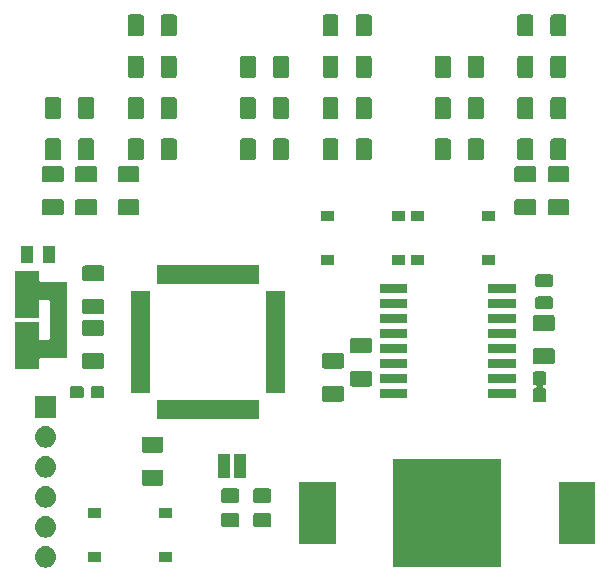
<source format=gbr>
G04 #@! TF.GenerationSoftware,KiCad,Pcbnew,5.1.4+dfsg1-1*
G04 #@! TF.CreationDate,2020-03-29T20:15:13+02:00*
G04 #@! TF.ProjectId,TPSE Glass,54505345-2047-46c6-9173-732e6b696361,rev?*
G04 #@! TF.SameCoordinates,Original*
G04 #@! TF.FileFunction,Soldermask,Top*
G04 #@! TF.FilePolarity,Negative*
%FSLAX46Y46*%
G04 Gerber Fmt 4.6, Leading zero omitted, Abs format (unit mm)*
G04 Created by KiCad (PCBNEW 5.1.4+dfsg1-1) date 2020-03-29 20:15:13*
%MOMM*%
%LPD*%
G04 APERTURE LIST*
%ADD10C,0.100000*%
G04 APERTURE END LIST*
D10*
G36*
X3085442Y-47605518D02*
G01*
X3151627Y-47612037D01*
X3321466Y-47663557D01*
X3477991Y-47747222D01*
X3513729Y-47776552D01*
X3615186Y-47859814D01*
X3698448Y-47961271D01*
X3727778Y-47997009D01*
X3811443Y-48153534D01*
X3862963Y-48323373D01*
X3880359Y-48500000D01*
X3862963Y-48676627D01*
X3811443Y-48846466D01*
X3727778Y-49002991D01*
X3698448Y-49038729D01*
X3615186Y-49140186D01*
X3513729Y-49223448D01*
X3477991Y-49252778D01*
X3321466Y-49336443D01*
X3151627Y-49387963D01*
X3085442Y-49394482D01*
X3019260Y-49401000D01*
X2930740Y-49401000D01*
X2864558Y-49394482D01*
X2798373Y-49387963D01*
X2628534Y-49336443D01*
X2472009Y-49252778D01*
X2436271Y-49223448D01*
X2334814Y-49140186D01*
X2251552Y-49038729D01*
X2222222Y-49002991D01*
X2138557Y-48846466D01*
X2087037Y-48676627D01*
X2069641Y-48500000D01*
X2087037Y-48323373D01*
X2138557Y-48153534D01*
X2222222Y-47997009D01*
X2251552Y-47961271D01*
X2334814Y-47859814D01*
X2436271Y-47776552D01*
X2472009Y-47747222D01*
X2628534Y-47663557D01*
X2798373Y-47612037D01*
X2864558Y-47605518D01*
X2930740Y-47599000D01*
X3019260Y-47599000D01*
X3085442Y-47605518D01*
X3085442Y-47605518D01*
G37*
G36*
X41526000Y-49351000D02*
G01*
X32424000Y-49351000D01*
X32424000Y-40249000D01*
X41526000Y-40249000D01*
X41526000Y-49351000D01*
X41526000Y-49351000D01*
G37*
G36*
X13701000Y-48901000D02*
G01*
X12599000Y-48901000D01*
X12599000Y-48099000D01*
X13701000Y-48099000D01*
X13701000Y-48901000D01*
X13701000Y-48901000D01*
G37*
G36*
X7701000Y-48901000D02*
G01*
X6599000Y-48901000D01*
X6599000Y-48099000D01*
X7701000Y-48099000D01*
X7701000Y-48901000D01*
X7701000Y-48901000D01*
G37*
G36*
X27526000Y-47401000D02*
G01*
X24424000Y-47401000D01*
X24424000Y-42199000D01*
X27526000Y-42199000D01*
X27526000Y-47401000D01*
X27526000Y-47401000D01*
G37*
G36*
X49526000Y-47401000D02*
G01*
X46424000Y-47401000D01*
X46424000Y-42199000D01*
X49526000Y-42199000D01*
X49526000Y-47401000D01*
X49526000Y-47401000D01*
G37*
G36*
X3085442Y-45065518D02*
G01*
X3151627Y-45072037D01*
X3321466Y-45123557D01*
X3477991Y-45207222D01*
X3513729Y-45236552D01*
X3615186Y-45319814D01*
X3698448Y-45421271D01*
X3727778Y-45457009D01*
X3811443Y-45613534D01*
X3862963Y-45783373D01*
X3880359Y-45960000D01*
X3862963Y-46136627D01*
X3811443Y-46306466D01*
X3727778Y-46462991D01*
X3698448Y-46498729D01*
X3615186Y-46600186D01*
X3513729Y-46683448D01*
X3477991Y-46712778D01*
X3321466Y-46796443D01*
X3151627Y-46847963D01*
X3085442Y-46854482D01*
X3019260Y-46861000D01*
X2930740Y-46861000D01*
X2864558Y-46854482D01*
X2798373Y-46847963D01*
X2628534Y-46796443D01*
X2472009Y-46712778D01*
X2436271Y-46683448D01*
X2334814Y-46600186D01*
X2251552Y-46498729D01*
X2222222Y-46462991D01*
X2138557Y-46306466D01*
X2087037Y-46136627D01*
X2069641Y-45960000D01*
X2087037Y-45783373D01*
X2138557Y-45613534D01*
X2222222Y-45457009D01*
X2251552Y-45421271D01*
X2334814Y-45319814D01*
X2436271Y-45236552D01*
X2472009Y-45207222D01*
X2628534Y-45123557D01*
X2798373Y-45072037D01*
X2864558Y-45065518D01*
X2930740Y-45059000D01*
X3019260Y-45059000D01*
X3085442Y-45065518D01*
X3085442Y-45065518D01*
G37*
G36*
X21913674Y-44753465D02*
G01*
X21951367Y-44764899D01*
X21986103Y-44783466D01*
X22016548Y-44808452D01*
X22041534Y-44838897D01*
X22060101Y-44873633D01*
X22071535Y-44911326D01*
X22076000Y-44956661D01*
X22076000Y-45793339D01*
X22071535Y-45838674D01*
X22060101Y-45876367D01*
X22041534Y-45911103D01*
X22016548Y-45941548D01*
X21986103Y-45966534D01*
X21951367Y-45985101D01*
X21913674Y-45996535D01*
X21868339Y-46001000D01*
X20781661Y-46001000D01*
X20736326Y-45996535D01*
X20698633Y-45985101D01*
X20663897Y-45966534D01*
X20633452Y-45941548D01*
X20608466Y-45911103D01*
X20589899Y-45876367D01*
X20578465Y-45838674D01*
X20574000Y-45793339D01*
X20574000Y-44956661D01*
X20578465Y-44911326D01*
X20589899Y-44873633D01*
X20608466Y-44838897D01*
X20633452Y-44808452D01*
X20663897Y-44783466D01*
X20698633Y-44764899D01*
X20736326Y-44753465D01*
X20781661Y-44749000D01*
X21868339Y-44749000D01*
X21913674Y-44753465D01*
X21913674Y-44753465D01*
G37*
G36*
X19188674Y-44753465D02*
G01*
X19226367Y-44764899D01*
X19261103Y-44783466D01*
X19291548Y-44808452D01*
X19316534Y-44838897D01*
X19335101Y-44873633D01*
X19346535Y-44911326D01*
X19351000Y-44956661D01*
X19351000Y-45793339D01*
X19346535Y-45838674D01*
X19335101Y-45876367D01*
X19316534Y-45911103D01*
X19291548Y-45941548D01*
X19261103Y-45966534D01*
X19226367Y-45985101D01*
X19188674Y-45996535D01*
X19143339Y-46001000D01*
X18056661Y-46001000D01*
X18011326Y-45996535D01*
X17973633Y-45985101D01*
X17938897Y-45966534D01*
X17908452Y-45941548D01*
X17883466Y-45911103D01*
X17864899Y-45876367D01*
X17853465Y-45838674D01*
X17849000Y-45793339D01*
X17849000Y-44956661D01*
X17853465Y-44911326D01*
X17864899Y-44873633D01*
X17883466Y-44838897D01*
X17908452Y-44808452D01*
X17938897Y-44783466D01*
X17973633Y-44764899D01*
X18011326Y-44753465D01*
X18056661Y-44749000D01*
X19143339Y-44749000D01*
X19188674Y-44753465D01*
X19188674Y-44753465D01*
G37*
G36*
X7701000Y-45201000D02*
G01*
X6599000Y-45201000D01*
X6599000Y-44399000D01*
X7701000Y-44399000D01*
X7701000Y-45201000D01*
X7701000Y-45201000D01*
G37*
G36*
X13701000Y-45201000D02*
G01*
X12599000Y-45201000D01*
X12599000Y-44399000D01*
X13701000Y-44399000D01*
X13701000Y-45201000D01*
X13701000Y-45201000D01*
G37*
G36*
X3085443Y-42525519D02*
G01*
X3151627Y-42532037D01*
X3321466Y-42583557D01*
X3477991Y-42667222D01*
X3513729Y-42696552D01*
X3615186Y-42779814D01*
X3698448Y-42881271D01*
X3727778Y-42917009D01*
X3811443Y-43073534D01*
X3862963Y-43243373D01*
X3880359Y-43420000D01*
X3862963Y-43596627D01*
X3818458Y-43743339D01*
X3811442Y-43766468D01*
X3779425Y-43826367D01*
X3727778Y-43922991D01*
X3708456Y-43946535D01*
X3615186Y-44060186D01*
X3513729Y-44143448D01*
X3477991Y-44172778D01*
X3321466Y-44256443D01*
X3151627Y-44307963D01*
X3085443Y-44314481D01*
X3019260Y-44321000D01*
X2930740Y-44321000D01*
X2864557Y-44314481D01*
X2798373Y-44307963D01*
X2628534Y-44256443D01*
X2472009Y-44172778D01*
X2436271Y-44143448D01*
X2334814Y-44060186D01*
X2241544Y-43946535D01*
X2222222Y-43922991D01*
X2170575Y-43826367D01*
X2138558Y-43766468D01*
X2131542Y-43743339D01*
X2087037Y-43596627D01*
X2069641Y-43420000D01*
X2087037Y-43243373D01*
X2138557Y-43073534D01*
X2222222Y-42917009D01*
X2251552Y-42881271D01*
X2334814Y-42779814D01*
X2436271Y-42696552D01*
X2472009Y-42667222D01*
X2628534Y-42583557D01*
X2798373Y-42532037D01*
X2864557Y-42525519D01*
X2930740Y-42519000D01*
X3019260Y-42519000D01*
X3085443Y-42525519D01*
X3085443Y-42525519D01*
G37*
G36*
X19188674Y-42703465D02*
G01*
X19226367Y-42714899D01*
X19261103Y-42733466D01*
X19291548Y-42758452D01*
X19316534Y-42788897D01*
X19335101Y-42823633D01*
X19346535Y-42861326D01*
X19351000Y-42906661D01*
X19351000Y-43743339D01*
X19346535Y-43788674D01*
X19335101Y-43826367D01*
X19316534Y-43861103D01*
X19291548Y-43891548D01*
X19261103Y-43916534D01*
X19226367Y-43935101D01*
X19188674Y-43946535D01*
X19143339Y-43951000D01*
X18056661Y-43951000D01*
X18011326Y-43946535D01*
X17973633Y-43935101D01*
X17938897Y-43916534D01*
X17908452Y-43891548D01*
X17883466Y-43861103D01*
X17864899Y-43826367D01*
X17853465Y-43788674D01*
X17849000Y-43743339D01*
X17849000Y-42906661D01*
X17853465Y-42861326D01*
X17864899Y-42823633D01*
X17883466Y-42788897D01*
X17908452Y-42758452D01*
X17938897Y-42733466D01*
X17973633Y-42714899D01*
X18011326Y-42703465D01*
X18056661Y-42699000D01*
X19143339Y-42699000D01*
X19188674Y-42703465D01*
X19188674Y-42703465D01*
G37*
G36*
X21913674Y-42703465D02*
G01*
X21951367Y-42714899D01*
X21986103Y-42733466D01*
X22016548Y-42758452D01*
X22041534Y-42788897D01*
X22060101Y-42823633D01*
X22071535Y-42861326D01*
X22076000Y-42906661D01*
X22076000Y-43743339D01*
X22071535Y-43788674D01*
X22060101Y-43826367D01*
X22041534Y-43861103D01*
X22016548Y-43891548D01*
X21986103Y-43916534D01*
X21951367Y-43935101D01*
X21913674Y-43946535D01*
X21868339Y-43951000D01*
X20781661Y-43951000D01*
X20736326Y-43946535D01*
X20698633Y-43935101D01*
X20663897Y-43916534D01*
X20633452Y-43891548D01*
X20608466Y-43861103D01*
X20589899Y-43826367D01*
X20578465Y-43788674D01*
X20574000Y-43743339D01*
X20574000Y-42906661D01*
X20578465Y-42861326D01*
X20589899Y-42823633D01*
X20608466Y-42788897D01*
X20633452Y-42758452D01*
X20663897Y-42733466D01*
X20698633Y-42714899D01*
X20736326Y-42703465D01*
X20781661Y-42699000D01*
X21868339Y-42699000D01*
X21913674Y-42703465D01*
X21913674Y-42703465D01*
G37*
G36*
X12793604Y-41128347D02*
G01*
X12830144Y-41139432D01*
X12863821Y-41157433D01*
X12893341Y-41181659D01*
X12917567Y-41211179D01*
X12935568Y-41244856D01*
X12946653Y-41281396D01*
X12951000Y-41325538D01*
X12951000Y-42274462D01*
X12946653Y-42318604D01*
X12935568Y-42355144D01*
X12917567Y-42388821D01*
X12893341Y-42418341D01*
X12863821Y-42442567D01*
X12830144Y-42460568D01*
X12793604Y-42471653D01*
X12749462Y-42476000D01*
X11300538Y-42476000D01*
X11256396Y-42471653D01*
X11219856Y-42460568D01*
X11186179Y-42442567D01*
X11156659Y-42418341D01*
X11132433Y-42388821D01*
X11114432Y-42355144D01*
X11103347Y-42318604D01*
X11099000Y-42274462D01*
X11099000Y-41325538D01*
X11103347Y-41281396D01*
X11114432Y-41244856D01*
X11132433Y-41211179D01*
X11156659Y-41181659D01*
X11186179Y-41157433D01*
X11219856Y-41139432D01*
X11256396Y-41128347D01*
X11300538Y-41124000D01*
X12749462Y-41124000D01*
X12793604Y-41128347D01*
X12793604Y-41128347D01*
G37*
G36*
X18551000Y-41826000D02*
G01*
X17549000Y-41826000D01*
X17549000Y-39824000D01*
X18551000Y-39824000D01*
X18551000Y-41826000D01*
X18551000Y-41826000D01*
G37*
G36*
X19951000Y-41826000D02*
G01*
X18949000Y-41826000D01*
X18949000Y-39824000D01*
X19951000Y-39824000D01*
X19951000Y-41826000D01*
X19951000Y-41826000D01*
G37*
G36*
X3085443Y-39985519D02*
G01*
X3151627Y-39992037D01*
X3321466Y-40043557D01*
X3477991Y-40127222D01*
X3513729Y-40156552D01*
X3615186Y-40239814D01*
X3698448Y-40341271D01*
X3727778Y-40377009D01*
X3811443Y-40533534D01*
X3862963Y-40703373D01*
X3880359Y-40880000D01*
X3862963Y-41056627D01*
X3811443Y-41226466D01*
X3727778Y-41382991D01*
X3698448Y-41418729D01*
X3615186Y-41520186D01*
X3513729Y-41603448D01*
X3477991Y-41632778D01*
X3321466Y-41716443D01*
X3151627Y-41767963D01*
X3085442Y-41774482D01*
X3019260Y-41781000D01*
X2930740Y-41781000D01*
X2864558Y-41774482D01*
X2798373Y-41767963D01*
X2628534Y-41716443D01*
X2472009Y-41632778D01*
X2436271Y-41603448D01*
X2334814Y-41520186D01*
X2251552Y-41418729D01*
X2222222Y-41382991D01*
X2138557Y-41226466D01*
X2087037Y-41056627D01*
X2069641Y-40880000D01*
X2087037Y-40703373D01*
X2138557Y-40533534D01*
X2222222Y-40377009D01*
X2251552Y-40341271D01*
X2334814Y-40239814D01*
X2436271Y-40156552D01*
X2472009Y-40127222D01*
X2628534Y-40043557D01*
X2798373Y-39992037D01*
X2864557Y-39985519D01*
X2930740Y-39979000D01*
X3019260Y-39979000D01*
X3085443Y-39985519D01*
X3085443Y-39985519D01*
G37*
G36*
X12793604Y-38328347D02*
G01*
X12830144Y-38339432D01*
X12863821Y-38357433D01*
X12893341Y-38381659D01*
X12917567Y-38411179D01*
X12935568Y-38444856D01*
X12946653Y-38481396D01*
X12951000Y-38525538D01*
X12951000Y-39474462D01*
X12946653Y-39518604D01*
X12935568Y-39555144D01*
X12917567Y-39588821D01*
X12893341Y-39618341D01*
X12863821Y-39642567D01*
X12830144Y-39660568D01*
X12793604Y-39671653D01*
X12749462Y-39676000D01*
X11300538Y-39676000D01*
X11256396Y-39671653D01*
X11219856Y-39660568D01*
X11186179Y-39642567D01*
X11156659Y-39618341D01*
X11132433Y-39588821D01*
X11114432Y-39555144D01*
X11103347Y-39518604D01*
X11099000Y-39474462D01*
X11099000Y-38525538D01*
X11103347Y-38481396D01*
X11114432Y-38444856D01*
X11132433Y-38411179D01*
X11156659Y-38381659D01*
X11186179Y-38357433D01*
X11219856Y-38339432D01*
X11256396Y-38328347D01*
X11300538Y-38324000D01*
X12749462Y-38324000D01*
X12793604Y-38328347D01*
X12793604Y-38328347D01*
G37*
G36*
X3085442Y-37445518D02*
G01*
X3151627Y-37452037D01*
X3321466Y-37503557D01*
X3477991Y-37587222D01*
X3513729Y-37616552D01*
X3615186Y-37699814D01*
X3698448Y-37801271D01*
X3727778Y-37837009D01*
X3811443Y-37993534D01*
X3862963Y-38163373D01*
X3880359Y-38340000D01*
X3862963Y-38516627D01*
X3811443Y-38686466D01*
X3727778Y-38842991D01*
X3698448Y-38878729D01*
X3615186Y-38980186D01*
X3513729Y-39063448D01*
X3477991Y-39092778D01*
X3321466Y-39176443D01*
X3151627Y-39227963D01*
X3085443Y-39234481D01*
X3019260Y-39241000D01*
X2930740Y-39241000D01*
X2864557Y-39234481D01*
X2798373Y-39227963D01*
X2628534Y-39176443D01*
X2472009Y-39092778D01*
X2436271Y-39063448D01*
X2334814Y-38980186D01*
X2251552Y-38878729D01*
X2222222Y-38842991D01*
X2138557Y-38686466D01*
X2087037Y-38516627D01*
X2069641Y-38340000D01*
X2087037Y-38163373D01*
X2138557Y-37993534D01*
X2222222Y-37837009D01*
X2251552Y-37801271D01*
X2334814Y-37699814D01*
X2436271Y-37616552D01*
X2472009Y-37587222D01*
X2628534Y-37503557D01*
X2798373Y-37452037D01*
X2864558Y-37445518D01*
X2930740Y-37439000D01*
X3019260Y-37439000D01*
X3085442Y-37445518D01*
X3085442Y-37445518D01*
G37*
G36*
X21038000Y-36817000D02*
G01*
X12386000Y-36817000D01*
X12386000Y-35215000D01*
X21038000Y-35215000D01*
X21038000Y-36817000D01*
X21038000Y-36817000D01*
G37*
G36*
X3876000Y-36701000D02*
G01*
X2074000Y-36701000D01*
X2074000Y-34899000D01*
X3876000Y-34899000D01*
X3876000Y-36701000D01*
X3876000Y-36701000D01*
G37*
G36*
X45207811Y-32791105D02*
G01*
X45246867Y-32802953D01*
X45282862Y-32822193D01*
X45314414Y-32848086D01*
X45340307Y-32879638D01*
X45359547Y-32915633D01*
X45371395Y-32954689D01*
X45376000Y-33001449D01*
X45376000Y-33748551D01*
X45371395Y-33795311D01*
X45359547Y-33834367D01*
X45340307Y-33870362D01*
X45314414Y-33901914D01*
X45282862Y-33927807D01*
X45246867Y-33947047D01*
X45207811Y-33958895D01*
X45165082Y-33963103D01*
X45141049Y-33967883D01*
X45118410Y-33977261D01*
X45098036Y-33990874D01*
X45080709Y-34008201D01*
X45067095Y-34028576D01*
X45057717Y-34051215D01*
X45052937Y-34075248D01*
X45052937Y-34099752D01*
X45057717Y-34123785D01*
X45067095Y-34146424D01*
X45080708Y-34166798D01*
X45098035Y-34184125D01*
X45118410Y-34197739D01*
X45141049Y-34207117D01*
X45165082Y-34211897D01*
X45207811Y-34216105D01*
X45246867Y-34227953D01*
X45282862Y-34247193D01*
X45314414Y-34273086D01*
X45340307Y-34304638D01*
X45359547Y-34340633D01*
X45371395Y-34379689D01*
X45376000Y-34426449D01*
X45376000Y-35173551D01*
X45371395Y-35220311D01*
X45359547Y-35259367D01*
X45340307Y-35295362D01*
X45314414Y-35326914D01*
X45282862Y-35352807D01*
X45246867Y-35372047D01*
X45207811Y-35383895D01*
X45161051Y-35388500D01*
X44438949Y-35388500D01*
X44392189Y-35383895D01*
X44353133Y-35372047D01*
X44317138Y-35352807D01*
X44285586Y-35326914D01*
X44259693Y-35295362D01*
X44240453Y-35259367D01*
X44228605Y-35220311D01*
X44224000Y-35173551D01*
X44224000Y-34426449D01*
X44228605Y-34379689D01*
X44240453Y-34340633D01*
X44259693Y-34304638D01*
X44285586Y-34273086D01*
X44317138Y-34247193D01*
X44353133Y-34227953D01*
X44392189Y-34216105D01*
X44434918Y-34211897D01*
X44458951Y-34207117D01*
X44481590Y-34197739D01*
X44501964Y-34184126D01*
X44519291Y-34166799D01*
X44532905Y-34146424D01*
X44542283Y-34123785D01*
X44547063Y-34099752D01*
X44547063Y-34075248D01*
X44542283Y-34051215D01*
X44532905Y-34028576D01*
X44519292Y-34008202D01*
X44501965Y-33990875D01*
X44481590Y-33977261D01*
X44458951Y-33967883D01*
X44434918Y-33963103D01*
X44392189Y-33958895D01*
X44353133Y-33947047D01*
X44317138Y-33927807D01*
X44285586Y-33901914D01*
X44259693Y-33870362D01*
X44240453Y-33834367D01*
X44228605Y-33795311D01*
X44224000Y-33748551D01*
X44224000Y-33001449D01*
X44228605Y-32954689D01*
X44240453Y-32915633D01*
X44259693Y-32879638D01*
X44285586Y-32848086D01*
X44317138Y-32822193D01*
X44353133Y-32802953D01*
X44392189Y-32791105D01*
X44438949Y-32786500D01*
X45161051Y-32786500D01*
X45207811Y-32791105D01*
X45207811Y-32791105D01*
G37*
G36*
X28068604Y-34003347D02*
G01*
X28105144Y-34014432D01*
X28138821Y-34032433D01*
X28168341Y-34056659D01*
X28192567Y-34086179D01*
X28210568Y-34119856D01*
X28221653Y-34156396D01*
X28226000Y-34200538D01*
X28226000Y-35149462D01*
X28221653Y-35193604D01*
X28210568Y-35230144D01*
X28192567Y-35263821D01*
X28168341Y-35293341D01*
X28138821Y-35317567D01*
X28105144Y-35335568D01*
X28068604Y-35346653D01*
X28024462Y-35351000D01*
X26575538Y-35351000D01*
X26531396Y-35346653D01*
X26494856Y-35335568D01*
X26461179Y-35317567D01*
X26431659Y-35293341D01*
X26407433Y-35263821D01*
X26389432Y-35230144D01*
X26378347Y-35193604D01*
X26374000Y-35149462D01*
X26374000Y-34200538D01*
X26378347Y-34156396D01*
X26389432Y-34119856D01*
X26407433Y-34086179D01*
X26431659Y-34056659D01*
X26461179Y-34032433D01*
X26494856Y-34014432D01*
X26531396Y-34003347D01*
X26575538Y-33999000D01*
X28024462Y-33999000D01*
X28068604Y-34003347D01*
X28068604Y-34003347D01*
G37*
G36*
X7780499Y-34022445D02*
G01*
X7817995Y-34033820D01*
X7852554Y-34052292D01*
X7882847Y-34077153D01*
X7907708Y-34107446D01*
X7926180Y-34142005D01*
X7937555Y-34179501D01*
X7942000Y-34224638D01*
X7942000Y-34863362D01*
X7937555Y-34908499D01*
X7926180Y-34945995D01*
X7907708Y-34980554D01*
X7882847Y-35010847D01*
X7852554Y-35035708D01*
X7817995Y-35054180D01*
X7780499Y-35065555D01*
X7735362Y-35070000D01*
X6996638Y-35070000D01*
X6951501Y-35065555D01*
X6914005Y-35054180D01*
X6879446Y-35035708D01*
X6849153Y-35010847D01*
X6824292Y-34980554D01*
X6805820Y-34945995D01*
X6794445Y-34908499D01*
X6790000Y-34863362D01*
X6790000Y-34224638D01*
X6794445Y-34179501D01*
X6805820Y-34142005D01*
X6824292Y-34107446D01*
X6849153Y-34077153D01*
X6879446Y-34052292D01*
X6914005Y-34033820D01*
X6951501Y-34022445D01*
X6996638Y-34018000D01*
X7735362Y-34018000D01*
X7780499Y-34022445D01*
X7780499Y-34022445D01*
G37*
G36*
X6030499Y-34022445D02*
G01*
X6067995Y-34033820D01*
X6102554Y-34052292D01*
X6132847Y-34077153D01*
X6157708Y-34107446D01*
X6176180Y-34142005D01*
X6187555Y-34179501D01*
X6192000Y-34224638D01*
X6192000Y-34863362D01*
X6187555Y-34908499D01*
X6176180Y-34945995D01*
X6157708Y-34980554D01*
X6132847Y-35010847D01*
X6102554Y-35035708D01*
X6067995Y-35054180D01*
X6030499Y-35065555D01*
X5985362Y-35070000D01*
X5246638Y-35070000D01*
X5201501Y-35065555D01*
X5164005Y-35054180D01*
X5129446Y-35035708D01*
X5099153Y-35010847D01*
X5074292Y-34980554D01*
X5055820Y-34945995D01*
X5044445Y-34908499D01*
X5040000Y-34863362D01*
X5040000Y-34224638D01*
X5044445Y-34179501D01*
X5055820Y-34142005D01*
X5074292Y-34107446D01*
X5099153Y-34077153D01*
X5129446Y-34052292D01*
X5164005Y-34033820D01*
X5201501Y-34022445D01*
X5246638Y-34018000D01*
X5985362Y-34018000D01*
X6030499Y-34022445D01*
X6030499Y-34022445D01*
G37*
G36*
X42776000Y-35021000D02*
G01*
X40474000Y-35021000D01*
X40474000Y-34319000D01*
X42776000Y-34319000D01*
X42776000Y-35021000D01*
X42776000Y-35021000D01*
G37*
G36*
X33576000Y-35021000D02*
G01*
X31274000Y-35021000D01*
X31274000Y-34319000D01*
X33576000Y-34319000D01*
X33576000Y-35021000D01*
X33576000Y-35021000D01*
G37*
G36*
X11813000Y-34642000D02*
G01*
X10211000Y-34642000D01*
X10211000Y-25990000D01*
X11813000Y-25990000D01*
X11813000Y-34642000D01*
X11813000Y-34642000D01*
G37*
G36*
X23213000Y-34642000D02*
G01*
X21611000Y-34642000D01*
X21611000Y-25990000D01*
X23213000Y-25990000D01*
X23213000Y-34642000D01*
X23213000Y-34642000D01*
G37*
G36*
X30443604Y-32728347D02*
G01*
X30480144Y-32739432D01*
X30513821Y-32757433D01*
X30543341Y-32781659D01*
X30567567Y-32811179D01*
X30585568Y-32844856D01*
X30596653Y-32881396D01*
X30601000Y-32925538D01*
X30601000Y-33874462D01*
X30596653Y-33918604D01*
X30585568Y-33955144D01*
X30567567Y-33988821D01*
X30543341Y-34018341D01*
X30513821Y-34042567D01*
X30480144Y-34060568D01*
X30443604Y-34071653D01*
X30399462Y-34076000D01*
X28950538Y-34076000D01*
X28906396Y-34071653D01*
X28869856Y-34060568D01*
X28836179Y-34042567D01*
X28806659Y-34018341D01*
X28782433Y-33988821D01*
X28764432Y-33955144D01*
X28753347Y-33918604D01*
X28749000Y-33874462D01*
X28749000Y-32925538D01*
X28753347Y-32881396D01*
X28764432Y-32844856D01*
X28782433Y-32811179D01*
X28806659Y-32781659D01*
X28836179Y-32757433D01*
X28869856Y-32739432D01*
X28906396Y-32728347D01*
X28950538Y-32724000D01*
X30399462Y-32724000D01*
X30443604Y-32728347D01*
X30443604Y-32728347D01*
G37*
G36*
X42776000Y-33751000D02*
G01*
X40474000Y-33751000D01*
X40474000Y-33049000D01*
X42776000Y-33049000D01*
X42776000Y-33751000D01*
X42776000Y-33751000D01*
G37*
G36*
X33576000Y-33751000D02*
G01*
X31274000Y-33751000D01*
X31274000Y-33049000D01*
X33576000Y-33049000D01*
X33576000Y-33751000D01*
X33576000Y-33751000D01*
G37*
G36*
X2401000Y-25064001D02*
G01*
X2403402Y-25088387D01*
X2410515Y-25111836D01*
X2422066Y-25133447D01*
X2437611Y-25152389D01*
X2456553Y-25167934D01*
X2478164Y-25179485D01*
X2501613Y-25186598D01*
X2525999Y-25189000D01*
X4801000Y-25189000D01*
X4801000Y-31691000D01*
X2525999Y-31691000D01*
X2501613Y-31693402D01*
X2478164Y-31700515D01*
X2456553Y-31712066D01*
X2437611Y-31727611D01*
X2422066Y-31746553D01*
X2410515Y-31768164D01*
X2403402Y-31791613D01*
X2401000Y-31815999D01*
X2401000Y-32588500D01*
X399000Y-32588500D01*
X399000Y-28641500D01*
X2401000Y-28641500D01*
X2401000Y-29989001D01*
X2403402Y-30013387D01*
X2410515Y-30036836D01*
X2422066Y-30058447D01*
X2437611Y-30077389D01*
X2456553Y-30092934D01*
X2478164Y-30104485D01*
X2501613Y-30111598D01*
X2525999Y-30114000D01*
X3194001Y-30114000D01*
X3218387Y-30111598D01*
X3241836Y-30104485D01*
X3263447Y-30092934D01*
X3282389Y-30077389D01*
X3297934Y-30058447D01*
X3309485Y-30036836D01*
X3316598Y-30013387D01*
X3319000Y-29989001D01*
X3319000Y-26890999D01*
X3316598Y-26866613D01*
X3309485Y-26843164D01*
X3297934Y-26821553D01*
X3282389Y-26802611D01*
X3263447Y-26787066D01*
X3241836Y-26775515D01*
X3218387Y-26768402D01*
X3194001Y-26766000D01*
X2525999Y-26766000D01*
X2501613Y-26768402D01*
X2478164Y-26775515D01*
X2456553Y-26787066D01*
X2437611Y-26802611D01*
X2422066Y-26821553D01*
X2410515Y-26843164D01*
X2403402Y-26866613D01*
X2401000Y-26890999D01*
X2401000Y-28238500D01*
X399000Y-28238500D01*
X399000Y-24291500D01*
X2401000Y-24291500D01*
X2401000Y-25064001D01*
X2401000Y-25064001D01*
G37*
G36*
X7768604Y-31228347D02*
G01*
X7805144Y-31239432D01*
X7838821Y-31257433D01*
X7868341Y-31281659D01*
X7892567Y-31311179D01*
X7910568Y-31344856D01*
X7921653Y-31381396D01*
X7926000Y-31425538D01*
X7926000Y-32374462D01*
X7921653Y-32418604D01*
X7910568Y-32455144D01*
X7892567Y-32488821D01*
X7868341Y-32518341D01*
X7838821Y-32542567D01*
X7805144Y-32560568D01*
X7768604Y-32571653D01*
X7724462Y-32576000D01*
X6275538Y-32576000D01*
X6231396Y-32571653D01*
X6194856Y-32560568D01*
X6161179Y-32542567D01*
X6131659Y-32518341D01*
X6107433Y-32488821D01*
X6089432Y-32455144D01*
X6078347Y-32418604D01*
X6074000Y-32374462D01*
X6074000Y-31425538D01*
X6078347Y-31381396D01*
X6089432Y-31344856D01*
X6107433Y-31311179D01*
X6131659Y-31281659D01*
X6161179Y-31257433D01*
X6194856Y-31239432D01*
X6231396Y-31228347D01*
X6275538Y-31224000D01*
X7724462Y-31224000D01*
X7768604Y-31228347D01*
X7768604Y-31228347D01*
G37*
G36*
X28068604Y-31203347D02*
G01*
X28105144Y-31214432D01*
X28138821Y-31232433D01*
X28168341Y-31256659D01*
X28192567Y-31286179D01*
X28210568Y-31319856D01*
X28221653Y-31356396D01*
X28226000Y-31400538D01*
X28226000Y-32349462D01*
X28221653Y-32393604D01*
X28210568Y-32430144D01*
X28192567Y-32463821D01*
X28168341Y-32493341D01*
X28138821Y-32517567D01*
X28105144Y-32535568D01*
X28068604Y-32546653D01*
X28024462Y-32551000D01*
X26575538Y-32551000D01*
X26531396Y-32546653D01*
X26494856Y-32535568D01*
X26461179Y-32517567D01*
X26431659Y-32493341D01*
X26407433Y-32463821D01*
X26389432Y-32430144D01*
X26378347Y-32393604D01*
X26374000Y-32349462D01*
X26374000Y-31400538D01*
X26378347Y-31356396D01*
X26389432Y-31319856D01*
X26407433Y-31286179D01*
X26431659Y-31256659D01*
X26461179Y-31232433D01*
X26494856Y-31214432D01*
X26531396Y-31203347D01*
X26575538Y-31199000D01*
X28024462Y-31199000D01*
X28068604Y-31203347D01*
X28068604Y-31203347D01*
G37*
G36*
X42776000Y-32481000D02*
G01*
X40474000Y-32481000D01*
X40474000Y-31779000D01*
X42776000Y-31779000D01*
X42776000Y-32481000D01*
X42776000Y-32481000D01*
G37*
G36*
X33576000Y-32481000D02*
G01*
X31274000Y-32481000D01*
X31274000Y-31779000D01*
X33576000Y-31779000D01*
X33576000Y-32481000D01*
X33576000Y-32481000D01*
G37*
G36*
X45918604Y-30828347D02*
G01*
X45955144Y-30839432D01*
X45988821Y-30857433D01*
X46018341Y-30881659D01*
X46042567Y-30911179D01*
X46060568Y-30944856D01*
X46071653Y-30981396D01*
X46076000Y-31025538D01*
X46076000Y-31974462D01*
X46071653Y-32018604D01*
X46060568Y-32055144D01*
X46042567Y-32088821D01*
X46018341Y-32118341D01*
X45988821Y-32142567D01*
X45955144Y-32160568D01*
X45918604Y-32171653D01*
X45874462Y-32176000D01*
X44425538Y-32176000D01*
X44381396Y-32171653D01*
X44344856Y-32160568D01*
X44311179Y-32142567D01*
X44281659Y-32118341D01*
X44257433Y-32088821D01*
X44239432Y-32055144D01*
X44228347Y-32018604D01*
X44224000Y-31974462D01*
X44224000Y-31025538D01*
X44228347Y-30981396D01*
X44239432Y-30944856D01*
X44257433Y-30911179D01*
X44281659Y-30881659D01*
X44311179Y-30857433D01*
X44344856Y-30839432D01*
X44381396Y-30828347D01*
X44425538Y-30824000D01*
X45874462Y-30824000D01*
X45918604Y-30828347D01*
X45918604Y-30828347D01*
G37*
G36*
X30443604Y-29928347D02*
G01*
X30480144Y-29939432D01*
X30513821Y-29957433D01*
X30543341Y-29981659D01*
X30567567Y-30011179D01*
X30585568Y-30044856D01*
X30596653Y-30081396D01*
X30601000Y-30125538D01*
X30601000Y-31074462D01*
X30596653Y-31118604D01*
X30585568Y-31155144D01*
X30567567Y-31188821D01*
X30543341Y-31218341D01*
X30513821Y-31242567D01*
X30480144Y-31260568D01*
X30443604Y-31271653D01*
X30399462Y-31276000D01*
X28950538Y-31276000D01*
X28906396Y-31271653D01*
X28869856Y-31260568D01*
X28836179Y-31242567D01*
X28806659Y-31218341D01*
X28782433Y-31188821D01*
X28764432Y-31155144D01*
X28753347Y-31118604D01*
X28749000Y-31074462D01*
X28749000Y-30125538D01*
X28753347Y-30081396D01*
X28764432Y-30044856D01*
X28782433Y-30011179D01*
X28806659Y-29981659D01*
X28836179Y-29957433D01*
X28869856Y-29939432D01*
X28906396Y-29928347D01*
X28950538Y-29924000D01*
X30399462Y-29924000D01*
X30443604Y-29928347D01*
X30443604Y-29928347D01*
G37*
G36*
X33576000Y-31211000D02*
G01*
X31274000Y-31211000D01*
X31274000Y-30509000D01*
X33576000Y-30509000D01*
X33576000Y-31211000D01*
X33576000Y-31211000D01*
G37*
G36*
X42776000Y-31211000D02*
G01*
X40474000Y-31211000D01*
X40474000Y-30509000D01*
X42776000Y-30509000D01*
X42776000Y-31211000D01*
X42776000Y-31211000D01*
G37*
G36*
X33576000Y-29941000D02*
G01*
X31274000Y-29941000D01*
X31274000Y-29239000D01*
X33576000Y-29239000D01*
X33576000Y-29941000D01*
X33576000Y-29941000D01*
G37*
G36*
X42776000Y-29941000D02*
G01*
X40474000Y-29941000D01*
X40474000Y-29239000D01*
X42776000Y-29239000D01*
X42776000Y-29941000D01*
X42776000Y-29941000D01*
G37*
G36*
X7768604Y-28428347D02*
G01*
X7805144Y-28439432D01*
X7838821Y-28457433D01*
X7868341Y-28481659D01*
X7892567Y-28511179D01*
X7910568Y-28544856D01*
X7921653Y-28581396D01*
X7926000Y-28625538D01*
X7926000Y-29574462D01*
X7921653Y-29618604D01*
X7910568Y-29655144D01*
X7892567Y-29688821D01*
X7868341Y-29718341D01*
X7838821Y-29742567D01*
X7805144Y-29760568D01*
X7768604Y-29771653D01*
X7724462Y-29776000D01*
X6275538Y-29776000D01*
X6231396Y-29771653D01*
X6194856Y-29760568D01*
X6161179Y-29742567D01*
X6131659Y-29718341D01*
X6107433Y-29688821D01*
X6089432Y-29655144D01*
X6078347Y-29618604D01*
X6074000Y-29574462D01*
X6074000Y-28625538D01*
X6078347Y-28581396D01*
X6089432Y-28544856D01*
X6107433Y-28511179D01*
X6131659Y-28481659D01*
X6161179Y-28457433D01*
X6194856Y-28439432D01*
X6231396Y-28428347D01*
X6275538Y-28424000D01*
X7724462Y-28424000D01*
X7768604Y-28428347D01*
X7768604Y-28428347D01*
G37*
G36*
X45918604Y-28028347D02*
G01*
X45955144Y-28039432D01*
X45988821Y-28057433D01*
X46018341Y-28081659D01*
X46042567Y-28111179D01*
X46060568Y-28144856D01*
X46071653Y-28181396D01*
X46076000Y-28225538D01*
X46076000Y-29174462D01*
X46071653Y-29218604D01*
X46060568Y-29255144D01*
X46042567Y-29288821D01*
X46018341Y-29318341D01*
X45988821Y-29342567D01*
X45955144Y-29360568D01*
X45918604Y-29371653D01*
X45874462Y-29376000D01*
X44425538Y-29376000D01*
X44381396Y-29371653D01*
X44344856Y-29360568D01*
X44311179Y-29342567D01*
X44281659Y-29318341D01*
X44257433Y-29288821D01*
X44239432Y-29255144D01*
X44228347Y-29218604D01*
X44224000Y-29174462D01*
X44224000Y-28225538D01*
X44228347Y-28181396D01*
X44239432Y-28144856D01*
X44257433Y-28111179D01*
X44281659Y-28081659D01*
X44311179Y-28057433D01*
X44344856Y-28039432D01*
X44381396Y-28028347D01*
X44425538Y-28024000D01*
X45874462Y-28024000D01*
X45918604Y-28028347D01*
X45918604Y-28028347D01*
G37*
G36*
X33576000Y-28671000D02*
G01*
X31274000Y-28671000D01*
X31274000Y-27969000D01*
X33576000Y-27969000D01*
X33576000Y-28671000D01*
X33576000Y-28671000D01*
G37*
G36*
X42776000Y-28671000D02*
G01*
X40474000Y-28671000D01*
X40474000Y-27969000D01*
X42776000Y-27969000D01*
X42776000Y-28671000D01*
X42776000Y-28671000D01*
G37*
G36*
X7768604Y-26628347D02*
G01*
X7805144Y-26639432D01*
X7838821Y-26657433D01*
X7868341Y-26681659D01*
X7892567Y-26711179D01*
X7910568Y-26744856D01*
X7921653Y-26781396D01*
X7926000Y-26825538D01*
X7926000Y-27774462D01*
X7921653Y-27818604D01*
X7910568Y-27855144D01*
X7892567Y-27888821D01*
X7868341Y-27918341D01*
X7838821Y-27942567D01*
X7805144Y-27960568D01*
X7768604Y-27971653D01*
X7724462Y-27976000D01*
X6275538Y-27976000D01*
X6231396Y-27971653D01*
X6194856Y-27960568D01*
X6161179Y-27942567D01*
X6131659Y-27918341D01*
X6107433Y-27888821D01*
X6089432Y-27855144D01*
X6078347Y-27818604D01*
X6074000Y-27774462D01*
X6074000Y-26825538D01*
X6078347Y-26781396D01*
X6089432Y-26744856D01*
X6107433Y-26711179D01*
X6131659Y-26681659D01*
X6161179Y-26657433D01*
X6194856Y-26639432D01*
X6231396Y-26628347D01*
X6275538Y-26624000D01*
X7724462Y-26624000D01*
X7768604Y-26628347D01*
X7768604Y-26628347D01*
G37*
G36*
X45784468Y-26453565D02*
G01*
X45823138Y-26465296D01*
X45858777Y-26484346D01*
X45890017Y-26509983D01*
X45915654Y-26541223D01*
X45934704Y-26576862D01*
X45946435Y-26615532D01*
X45951000Y-26661888D01*
X45951000Y-27313112D01*
X45946435Y-27359468D01*
X45934704Y-27398138D01*
X45915654Y-27433777D01*
X45890017Y-27465017D01*
X45858777Y-27490654D01*
X45823138Y-27509704D01*
X45784468Y-27521435D01*
X45738112Y-27526000D01*
X44661888Y-27526000D01*
X44615532Y-27521435D01*
X44576862Y-27509704D01*
X44541223Y-27490654D01*
X44509983Y-27465017D01*
X44484346Y-27433777D01*
X44465296Y-27398138D01*
X44453565Y-27359468D01*
X44449000Y-27313112D01*
X44449000Y-26661888D01*
X44453565Y-26615532D01*
X44465296Y-26576862D01*
X44484346Y-26541223D01*
X44509983Y-26509983D01*
X44541223Y-26484346D01*
X44576862Y-26465296D01*
X44615532Y-26453565D01*
X44661888Y-26449000D01*
X45738112Y-26449000D01*
X45784468Y-26453565D01*
X45784468Y-26453565D01*
G37*
G36*
X33576000Y-27401000D02*
G01*
X31274000Y-27401000D01*
X31274000Y-26699000D01*
X33576000Y-26699000D01*
X33576000Y-27401000D01*
X33576000Y-27401000D01*
G37*
G36*
X42776000Y-27401000D02*
G01*
X40474000Y-27401000D01*
X40474000Y-26699000D01*
X42776000Y-26699000D01*
X42776000Y-27401000D01*
X42776000Y-27401000D01*
G37*
G36*
X42776000Y-26131000D02*
G01*
X40474000Y-26131000D01*
X40474000Y-25429000D01*
X42776000Y-25429000D01*
X42776000Y-26131000D01*
X42776000Y-26131000D01*
G37*
G36*
X33576000Y-26131000D02*
G01*
X31274000Y-26131000D01*
X31274000Y-25429000D01*
X33576000Y-25429000D01*
X33576000Y-26131000D01*
X33576000Y-26131000D01*
G37*
G36*
X45784468Y-24578565D02*
G01*
X45823138Y-24590296D01*
X45858777Y-24609346D01*
X45890017Y-24634983D01*
X45915654Y-24666223D01*
X45934704Y-24701862D01*
X45946435Y-24740532D01*
X45951000Y-24786888D01*
X45951000Y-25438112D01*
X45946435Y-25484468D01*
X45934704Y-25523138D01*
X45915654Y-25558777D01*
X45890017Y-25590017D01*
X45858777Y-25615654D01*
X45823138Y-25634704D01*
X45784468Y-25646435D01*
X45738112Y-25651000D01*
X44661888Y-25651000D01*
X44615532Y-25646435D01*
X44576862Y-25634704D01*
X44541223Y-25615654D01*
X44509983Y-25590017D01*
X44484346Y-25558777D01*
X44465296Y-25523138D01*
X44453565Y-25484468D01*
X44449000Y-25438112D01*
X44449000Y-24786888D01*
X44453565Y-24740532D01*
X44465296Y-24701862D01*
X44484346Y-24666223D01*
X44509983Y-24634983D01*
X44541223Y-24609346D01*
X44576862Y-24590296D01*
X44615532Y-24578565D01*
X44661888Y-24574000D01*
X45738112Y-24574000D01*
X45784468Y-24578565D01*
X45784468Y-24578565D01*
G37*
G36*
X21038000Y-25417000D02*
G01*
X12386000Y-25417000D01*
X12386000Y-23815000D01*
X21038000Y-23815000D01*
X21038000Y-25417000D01*
X21038000Y-25417000D01*
G37*
G36*
X7768604Y-23828347D02*
G01*
X7805144Y-23839432D01*
X7838821Y-23857433D01*
X7868341Y-23881659D01*
X7892567Y-23911179D01*
X7910568Y-23944856D01*
X7921653Y-23981396D01*
X7926000Y-24025538D01*
X7926000Y-24974462D01*
X7921653Y-25018604D01*
X7910568Y-25055144D01*
X7892567Y-25088821D01*
X7868341Y-25118341D01*
X7838821Y-25142567D01*
X7805144Y-25160568D01*
X7768604Y-25171653D01*
X7724462Y-25176000D01*
X6275538Y-25176000D01*
X6231396Y-25171653D01*
X6194856Y-25160568D01*
X6161179Y-25142567D01*
X6131659Y-25118341D01*
X6107433Y-25088821D01*
X6089432Y-25055144D01*
X6078347Y-25018604D01*
X6074000Y-24974462D01*
X6074000Y-24025538D01*
X6078347Y-23981396D01*
X6089432Y-23944856D01*
X6107433Y-23911179D01*
X6131659Y-23881659D01*
X6161179Y-23857433D01*
X6194856Y-23839432D01*
X6231396Y-23828347D01*
X6275538Y-23824000D01*
X7724462Y-23824000D01*
X7768604Y-23828347D01*
X7768604Y-23828347D01*
G37*
G36*
X41051000Y-23751000D02*
G01*
X39949000Y-23751000D01*
X39949000Y-22949000D01*
X41051000Y-22949000D01*
X41051000Y-23751000D01*
X41051000Y-23751000D01*
G37*
G36*
X27426000Y-23751000D02*
G01*
X26324000Y-23751000D01*
X26324000Y-22949000D01*
X27426000Y-22949000D01*
X27426000Y-23751000D01*
X27426000Y-23751000D01*
G37*
G36*
X35051000Y-23751000D02*
G01*
X33949000Y-23751000D01*
X33949000Y-22949000D01*
X35051000Y-22949000D01*
X35051000Y-23751000D01*
X35051000Y-23751000D01*
G37*
G36*
X33426000Y-23751000D02*
G01*
X32324000Y-23751000D01*
X32324000Y-22949000D01*
X33426000Y-22949000D01*
X33426000Y-23751000D01*
X33426000Y-23751000D01*
G37*
G36*
X3646968Y-22153565D02*
G01*
X3685638Y-22165296D01*
X3721277Y-22184346D01*
X3752517Y-22209983D01*
X3778154Y-22241223D01*
X3797204Y-22276862D01*
X3808935Y-22315532D01*
X3813500Y-22361888D01*
X3813500Y-23438112D01*
X3808935Y-23484468D01*
X3797204Y-23523138D01*
X3778154Y-23558777D01*
X3752517Y-23590017D01*
X3721277Y-23615654D01*
X3685638Y-23634704D01*
X3646968Y-23646435D01*
X3600612Y-23651000D01*
X2949388Y-23651000D01*
X2903032Y-23646435D01*
X2864362Y-23634704D01*
X2828723Y-23615654D01*
X2797483Y-23590017D01*
X2771846Y-23558777D01*
X2752796Y-23523138D01*
X2741065Y-23484468D01*
X2736500Y-23438112D01*
X2736500Y-22361888D01*
X2741065Y-22315532D01*
X2752796Y-22276862D01*
X2771846Y-22241223D01*
X2797483Y-22209983D01*
X2828723Y-22184346D01*
X2864362Y-22165296D01*
X2903032Y-22153565D01*
X2949388Y-22149000D01*
X3600612Y-22149000D01*
X3646968Y-22153565D01*
X3646968Y-22153565D01*
G37*
G36*
X1771968Y-22153565D02*
G01*
X1810638Y-22165296D01*
X1846277Y-22184346D01*
X1877517Y-22209983D01*
X1903154Y-22241223D01*
X1922204Y-22276862D01*
X1933935Y-22315532D01*
X1938500Y-22361888D01*
X1938500Y-23438112D01*
X1933935Y-23484468D01*
X1922204Y-23523138D01*
X1903154Y-23558777D01*
X1877517Y-23590017D01*
X1846277Y-23615654D01*
X1810638Y-23634704D01*
X1771968Y-23646435D01*
X1725612Y-23651000D01*
X1074388Y-23651000D01*
X1028032Y-23646435D01*
X989362Y-23634704D01*
X953723Y-23615654D01*
X922483Y-23590017D01*
X896846Y-23558777D01*
X877796Y-23523138D01*
X866065Y-23484468D01*
X861500Y-23438112D01*
X861500Y-22361888D01*
X866065Y-22315532D01*
X877796Y-22276862D01*
X896846Y-22241223D01*
X922483Y-22209983D01*
X953723Y-22184346D01*
X989362Y-22165296D01*
X1028032Y-22153565D01*
X1074388Y-22149000D01*
X1725612Y-22149000D01*
X1771968Y-22153565D01*
X1771968Y-22153565D01*
G37*
G36*
X35051000Y-20051000D02*
G01*
X33949000Y-20051000D01*
X33949000Y-19249000D01*
X35051000Y-19249000D01*
X35051000Y-20051000D01*
X35051000Y-20051000D01*
G37*
G36*
X27426000Y-20051000D02*
G01*
X26324000Y-20051000D01*
X26324000Y-19249000D01*
X27426000Y-19249000D01*
X27426000Y-20051000D01*
X27426000Y-20051000D01*
G37*
G36*
X41051000Y-20051000D02*
G01*
X39949000Y-20051000D01*
X39949000Y-19249000D01*
X41051000Y-19249000D01*
X41051000Y-20051000D01*
X41051000Y-20051000D01*
G37*
G36*
X33426000Y-20051000D02*
G01*
X32324000Y-20051000D01*
X32324000Y-19249000D01*
X33426000Y-19249000D01*
X33426000Y-20051000D01*
X33426000Y-20051000D01*
G37*
G36*
X10768604Y-18228347D02*
G01*
X10805144Y-18239432D01*
X10838821Y-18257433D01*
X10868341Y-18281659D01*
X10892567Y-18311179D01*
X10910568Y-18344856D01*
X10921653Y-18381396D01*
X10926000Y-18425538D01*
X10926000Y-19374462D01*
X10921653Y-19418604D01*
X10910568Y-19455144D01*
X10892567Y-19488821D01*
X10868341Y-19518341D01*
X10838821Y-19542567D01*
X10805144Y-19560568D01*
X10768604Y-19571653D01*
X10724462Y-19576000D01*
X9275538Y-19576000D01*
X9231396Y-19571653D01*
X9194856Y-19560568D01*
X9161179Y-19542567D01*
X9131659Y-19518341D01*
X9107433Y-19488821D01*
X9089432Y-19455144D01*
X9078347Y-19418604D01*
X9074000Y-19374462D01*
X9074000Y-18425538D01*
X9078347Y-18381396D01*
X9089432Y-18344856D01*
X9107433Y-18311179D01*
X9131659Y-18281659D01*
X9161179Y-18257433D01*
X9194856Y-18239432D01*
X9231396Y-18228347D01*
X9275538Y-18224000D01*
X10724462Y-18224000D01*
X10768604Y-18228347D01*
X10768604Y-18228347D01*
G37*
G36*
X47168604Y-18228347D02*
G01*
X47205144Y-18239432D01*
X47238821Y-18257433D01*
X47268341Y-18281659D01*
X47292567Y-18311179D01*
X47310568Y-18344856D01*
X47321653Y-18381396D01*
X47326000Y-18425538D01*
X47326000Y-19374462D01*
X47321653Y-19418604D01*
X47310568Y-19455144D01*
X47292567Y-19488821D01*
X47268341Y-19518341D01*
X47238821Y-19542567D01*
X47205144Y-19560568D01*
X47168604Y-19571653D01*
X47124462Y-19576000D01*
X45675538Y-19576000D01*
X45631396Y-19571653D01*
X45594856Y-19560568D01*
X45561179Y-19542567D01*
X45531659Y-19518341D01*
X45507433Y-19488821D01*
X45489432Y-19455144D01*
X45478347Y-19418604D01*
X45474000Y-19374462D01*
X45474000Y-18425538D01*
X45478347Y-18381396D01*
X45489432Y-18344856D01*
X45507433Y-18311179D01*
X45531659Y-18281659D01*
X45561179Y-18257433D01*
X45594856Y-18239432D01*
X45631396Y-18228347D01*
X45675538Y-18224000D01*
X47124462Y-18224000D01*
X47168604Y-18228347D01*
X47168604Y-18228347D01*
G37*
G36*
X7168604Y-18228347D02*
G01*
X7205144Y-18239432D01*
X7238821Y-18257433D01*
X7268341Y-18281659D01*
X7292567Y-18311179D01*
X7310568Y-18344856D01*
X7321653Y-18381396D01*
X7326000Y-18425538D01*
X7326000Y-19374462D01*
X7321653Y-19418604D01*
X7310568Y-19455144D01*
X7292567Y-19488821D01*
X7268341Y-19518341D01*
X7238821Y-19542567D01*
X7205144Y-19560568D01*
X7168604Y-19571653D01*
X7124462Y-19576000D01*
X5675538Y-19576000D01*
X5631396Y-19571653D01*
X5594856Y-19560568D01*
X5561179Y-19542567D01*
X5531659Y-19518341D01*
X5507433Y-19488821D01*
X5489432Y-19455144D01*
X5478347Y-19418604D01*
X5474000Y-19374462D01*
X5474000Y-18425538D01*
X5478347Y-18381396D01*
X5489432Y-18344856D01*
X5507433Y-18311179D01*
X5531659Y-18281659D01*
X5561179Y-18257433D01*
X5594856Y-18239432D01*
X5631396Y-18228347D01*
X5675538Y-18224000D01*
X7124462Y-18224000D01*
X7168604Y-18228347D01*
X7168604Y-18228347D01*
G37*
G36*
X4368604Y-18228347D02*
G01*
X4405144Y-18239432D01*
X4438821Y-18257433D01*
X4468341Y-18281659D01*
X4492567Y-18311179D01*
X4510568Y-18344856D01*
X4521653Y-18381396D01*
X4526000Y-18425538D01*
X4526000Y-19374462D01*
X4521653Y-19418604D01*
X4510568Y-19455144D01*
X4492567Y-19488821D01*
X4468341Y-19518341D01*
X4438821Y-19542567D01*
X4405144Y-19560568D01*
X4368604Y-19571653D01*
X4324462Y-19576000D01*
X2875538Y-19576000D01*
X2831396Y-19571653D01*
X2794856Y-19560568D01*
X2761179Y-19542567D01*
X2731659Y-19518341D01*
X2707433Y-19488821D01*
X2689432Y-19455144D01*
X2678347Y-19418604D01*
X2674000Y-19374462D01*
X2674000Y-18425538D01*
X2678347Y-18381396D01*
X2689432Y-18344856D01*
X2707433Y-18311179D01*
X2731659Y-18281659D01*
X2761179Y-18257433D01*
X2794856Y-18239432D01*
X2831396Y-18228347D01*
X2875538Y-18224000D01*
X4324462Y-18224000D01*
X4368604Y-18228347D01*
X4368604Y-18228347D01*
G37*
G36*
X44368604Y-18228347D02*
G01*
X44405144Y-18239432D01*
X44438821Y-18257433D01*
X44468341Y-18281659D01*
X44492567Y-18311179D01*
X44510568Y-18344856D01*
X44521653Y-18381396D01*
X44526000Y-18425538D01*
X44526000Y-19374462D01*
X44521653Y-19418604D01*
X44510568Y-19455144D01*
X44492567Y-19488821D01*
X44468341Y-19518341D01*
X44438821Y-19542567D01*
X44405144Y-19560568D01*
X44368604Y-19571653D01*
X44324462Y-19576000D01*
X42875538Y-19576000D01*
X42831396Y-19571653D01*
X42794856Y-19560568D01*
X42761179Y-19542567D01*
X42731659Y-19518341D01*
X42707433Y-19488821D01*
X42689432Y-19455144D01*
X42678347Y-19418604D01*
X42674000Y-19374462D01*
X42674000Y-18425538D01*
X42678347Y-18381396D01*
X42689432Y-18344856D01*
X42707433Y-18311179D01*
X42731659Y-18281659D01*
X42761179Y-18257433D01*
X42794856Y-18239432D01*
X42831396Y-18228347D01*
X42875538Y-18224000D01*
X44324462Y-18224000D01*
X44368604Y-18228347D01*
X44368604Y-18228347D01*
G37*
G36*
X4368604Y-15428347D02*
G01*
X4405144Y-15439432D01*
X4438821Y-15457433D01*
X4468341Y-15481659D01*
X4492567Y-15511179D01*
X4510568Y-15544856D01*
X4521653Y-15581396D01*
X4526000Y-15625538D01*
X4526000Y-16574462D01*
X4521653Y-16618604D01*
X4510568Y-16655144D01*
X4492567Y-16688821D01*
X4468341Y-16718341D01*
X4438821Y-16742567D01*
X4405144Y-16760568D01*
X4368604Y-16771653D01*
X4324462Y-16776000D01*
X2875538Y-16776000D01*
X2831396Y-16771653D01*
X2794856Y-16760568D01*
X2761179Y-16742567D01*
X2731659Y-16718341D01*
X2707433Y-16688821D01*
X2689432Y-16655144D01*
X2678347Y-16618604D01*
X2674000Y-16574462D01*
X2674000Y-15625538D01*
X2678347Y-15581396D01*
X2689432Y-15544856D01*
X2707433Y-15511179D01*
X2731659Y-15481659D01*
X2761179Y-15457433D01*
X2794856Y-15439432D01*
X2831396Y-15428347D01*
X2875538Y-15424000D01*
X4324462Y-15424000D01*
X4368604Y-15428347D01*
X4368604Y-15428347D01*
G37*
G36*
X7168604Y-15428347D02*
G01*
X7205144Y-15439432D01*
X7238821Y-15457433D01*
X7268341Y-15481659D01*
X7292567Y-15511179D01*
X7310568Y-15544856D01*
X7321653Y-15581396D01*
X7326000Y-15625538D01*
X7326000Y-16574462D01*
X7321653Y-16618604D01*
X7310568Y-16655144D01*
X7292567Y-16688821D01*
X7268341Y-16718341D01*
X7238821Y-16742567D01*
X7205144Y-16760568D01*
X7168604Y-16771653D01*
X7124462Y-16776000D01*
X5675538Y-16776000D01*
X5631396Y-16771653D01*
X5594856Y-16760568D01*
X5561179Y-16742567D01*
X5531659Y-16718341D01*
X5507433Y-16688821D01*
X5489432Y-16655144D01*
X5478347Y-16618604D01*
X5474000Y-16574462D01*
X5474000Y-15625538D01*
X5478347Y-15581396D01*
X5489432Y-15544856D01*
X5507433Y-15511179D01*
X5531659Y-15481659D01*
X5561179Y-15457433D01*
X5594856Y-15439432D01*
X5631396Y-15428347D01*
X5675538Y-15424000D01*
X7124462Y-15424000D01*
X7168604Y-15428347D01*
X7168604Y-15428347D01*
G37*
G36*
X10768604Y-15428347D02*
G01*
X10805144Y-15439432D01*
X10838821Y-15457433D01*
X10868341Y-15481659D01*
X10892567Y-15511179D01*
X10910568Y-15544856D01*
X10921653Y-15581396D01*
X10926000Y-15625538D01*
X10926000Y-16574462D01*
X10921653Y-16618604D01*
X10910568Y-16655144D01*
X10892567Y-16688821D01*
X10868341Y-16718341D01*
X10838821Y-16742567D01*
X10805144Y-16760568D01*
X10768604Y-16771653D01*
X10724462Y-16776000D01*
X9275538Y-16776000D01*
X9231396Y-16771653D01*
X9194856Y-16760568D01*
X9161179Y-16742567D01*
X9131659Y-16718341D01*
X9107433Y-16688821D01*
X9089432Y-16655144D01*
X9078347Y-16618604D01*
X9074000Y-16574462D01*
X9074000Y-15625538D01*
X9078347Y-15581396D01*
X9089432Y-15544856D01*
X9107433Y-15511179D01*
X9131659Y-15481659D01*
X9161179Y-15457433D01*
X9194856Y-15439432D01*
X9231396Y-15428347D01*
X9275538Y-15424000D01*
X10724462Y-15424000D01*
X10768604Y-15428347D01*
X10768604Y-15428347D01*
G37*
G36*
X44368604Y-15428347D02*
G01*
X44405144Y-15439432D01*
X44438821Y-15457433D01*
X44468341Y-15481659D01*
X44492567Y-15511179D01*
X44510568Y-15544856D01*
X44521653Y-15581396D01*
X44526000Y-15625538D01*
X44526000Y-16574462D01*
X44521653Y-16618604D01*
X44510568Y-16655144D01*
X44492567Y-16688821D01*
X44468341Y-16718341D01*
X44438821Y-16742567D01*
X44405144Y-16760568D01*
X44368604Y-16771653D01*
X44324462Y-16776000D01*
X42875538Y-16776000D01*
X42831396Y-16771653D01*
X42794856Y-16760568D01*
X42761179Y-16742567D01*
X42731659Y-16718341D01*
X42707433Y-16688821D01*
X42689432Y-16655144D01*
X42678347Y-16618604D01*
X42674000Y-16574462D01*
X42674000Y-15625538D01*
X42678347Y-15581396D01*
X42689432Y-15544856D01*
X42707433Y-15511179D01*
X42731659Y-15481659D01*
X42761179Y-15457433D01*
X42794856Y-15439432D01*
X42831396Y-15428347D01*
X42875538Y-15424000D01*
X44324462Y-15424000D01*
X44368604Y-15428347D01*
X44368604Y-15428347D01*
G37*
G36*
X47168604Y-15428347D02*
G01*
X47205144Y-15439432D01*
X47238821Y-15457433D01*
X47268341Y-15481659D01*
X47292567Y-15511179D01*
X47310568Y-15544856D01*
X47321653Y-15581396D01*
X47326000Y-15625538D01*
X47326000Y-16574462D01*
X47321653Y-16618604D01*
X47310568Y-16655144D01*
X47292567Y-16688821D01*
X47268341Y-16718341D01*
X47238821Y-16742567D01*
X47205144Y-16760568D01*
X47168604Y-16771653D01*
X47124462Y-16776000D01*
X45675538Y-16776000D01*
X45631396Y-16771653D01*
X45594856Y-16760568D01*
X45561179Y-16742567D01*
X45531659Y-16718341D01*
X45507433Y-16688821D01*
X45489432Y-16655144D01*
X45478347Y-16618604D01*
X45474000Y-16574462D01*
X45474000Y-15625538D01*
X45478347Y-15581396D01*
X45489432Y-15544856D01*
X45507433Y-15511179D01*
X45531659Y-15481659D01*
X45561179Y-15457433D01*
X45594856Y-15439432D01*
X45631396Y-15428347D01*
X45675538Y-15424000D01*
X47124462Y-15424000D01*
X47168604Y-15428347D01*
X47168604Y-15428347D01*
G37*
G36*
X11118604Y-13078347D02*
G01*
X11155144Y-13089432D01*
X11188821Y-13107433D01*
X11218341Y-13131659D01*
X11242567Y-13161179D01*
X11260568Y-13194856D01*
X11271653Y-13231396D01*
X11276000Y-13275538D01*
X11276000Y-14724462D01*
X11271653Y-14768604D01*
X11260568Y-14805144D01*
X11242567Y-14838821D01*
X11218341Y-14868341D01*
X11188821Y-14892567D01*
X11155144Y-14910568D01*
X11118604Y-14921653D01*
X11074462Y-14926000D01*
X10125538Y-14926000D01*
X10081396Y-14921653D01*
X10044856Y-14910568D01*
X10011179Y-14892567D01*
X9981659Y-14868341D01*
X9957433Y-14838821D01*
X9939432Y-14805144D01*
X9928347Y-14768604D01*
X9924000Y-14724462D01*
X9924000Y-13275538D01*
X9928347Y-13231396D01*
X9939432Y-13194856D01*
X9957433Y-13161179D01*
X9981659Y-13131659D01*
X10011179Y-13107433D01*
X10044856Y-13089432D01*
X10081396Y-13078347D01*
X10125538Y-13074000D01*
X11074462Y-13074000D01*
X11118604Y-13078347D01*
X11118604Y-13078347D01*
G37*
G36*
X6918604Y-13078347D02*
G01*
X6955144Y-13089432D01*
X6988821Y-13107433D01*
X7018341Y-13131659D01*
X7042567Y-13161179D01*
X7060568Y-13194856D01*
X7071653Y-13231396D01*
X7076000Y-13275538D01*
X7076000Y-14724462D01*
X7071653Y-14768604D01*
X7060568Y-14805144D01*
X7042567Y-14838821D01*
X7018341Y-14868341D01*
X6988821Y-14892567D01*
X6955144Y-14910568D01*
X6918604Y-14921653D01*
X6874462Y-14926000D01*
X5925538Y-14926000D01*
X5881396Y-14921653D01*
X5844856Y-14910568D01*
X5811179Y-14892567D01*
X5781659Y-14868341D01*
X5757433Y-14838821D01*
X5739432Y-14805144D01*
X5728347Y-14768604D01*
X5724000Y-14724462D01*
X5724000Y-13275538D01*
X5728347Y-13231396D01*
X5739432Y-13194856D01*
X5757433Y-13161179D01*
X5781659Y-13131659D01*
X5811179Y-13107433D01*
X5844856Y-13089432D01*
X5881396Y-13078347D01*
X5925538Y-13074000D01*
X6874462Y-13074000D01*
X6918604Y-13078347D01*
X6918604Y-13078347D01*
G37*
G36*
X23418604Y-13078347D02*
G01*
X23455144Y-13089432D01*
X23488821Y-13107433D01*
X23518341Y-13131659D01*
X23542567Y-13161179D01*
X23560568Y-13194856D01*
X23571653Y-13231396D01*
X23576000Y-13275538D01*
X23576000Y-14724462D01*
X23571653Y-14768604D01*
X23560568Y-14805144D01*
X23542567Y-14838821D01*
X23518341Y-14868341D01*
X23488821Y-14892567D01*
X23455144Y-14910568D01*
X23418604Y-14921653D01*
X23374462Y-14926000D01*
X22425538Y-14926000D01*
X22381396Y-14921653D01*
X22344856Y-14910568D01*
X22311179Y-14892567D01*
X22281659Y-14868341D01*
X22257433Y-14838821D01*
X22239432Y-14805144D01*
X22228347Y-14768604D01*
X22224000Y-14724462D01*
X22224000Y-13275538D01*
X22228347Y-13231396D01*
X22239432Y-13194856D01*
X22257433Y-13161179D01*
X22281659Y-13131659D01*
X22311179Y-13107433D01*
X22344856Y-13089432D01*
X22381396Y-13078347D01*
X22425538Y-13074000D01*
X23374462Y-13074000D01*
X23418604Y-13078347D01*
X23418604Y-13078347D01*
G37*
G36*
X27618604Y-13078347D02*
G01*
X27655144Y-13089432D01*
X27688821Y-13107433D01*
X27718341Y-13131659D01*
X27742567Y-13161179D01*
X27760568Y-13194856D01*
X27771653Y-13231396D01*
X27776000Y-13275538D01*
X27776000Y-14724462D01*
X27771653Y-14768604D01*
X27760568Y-14805144D01*
X27742567Y-14838821D01*
X27718341Y-14868341D01*
X27688821Y-14892567D01*
X27655144Y-14910568D01*
X27618604Y-14921653D01*
X27574462Y-14926000D01*
X26625538Y-14926000D01*
X26581396Y-14921653D01*
X26544856Y-14910568D01*
X26511179Y-14892567D01*
X26481659Y-14868341D01*
X26457433Y-14838821D01*
X26439432Y-14805144D01*
X26428347Y-14768604D01*
X26424000Y-14724462D01*
X26424000Y-13275538D01*
X26428347Y-13231396D01*
X26439432Y-13194856D01*
X26457433Y-13161179D01*
X26481659Y-13131659D01*
X26511179Y-13107433D01*
X26544856Y-13089432D01*
X26581396Y-13078347D01*
X26625538Y-13074000D01*
X27574462Y-13074000D01*
X27618604Y-13078347D01*
X27618604Y-13078347D01*
G37*
G36*
X30418604Y-13078347D02*
G01*
X30455144Y-13089432D01*
X30488821Y-13107433D01*
X30518341Y-13131659D01*
X30542567Y-13161179D01*
X30560568Y-13194856D01*
X30571653Y-13231396D01*
X30576000Y-13275538D01*
X30576000Y-14724462D01*
X30571653Y-14768604D01*
X30560568Y-14805144D01*
X30542567Y-14838821D01*
X30518341Y-14868341D01*
X30488821Y-14892567D01*
X30455144Y-14910568D01*
X30418604Y-14921653D01*
X30374462Y-14926000D01*
X29425538Y-14926000D01*
X29381396Y-14921653D01*
X29344856Y-14910568D01*
X29311179Y-14892567D01*
X29281659Y-14868341D01*
X29257433Y-14838821D01*
X29239432Y-14805144D01*
X29228347Y-14768604D01*
X29224000Y-14724462D01*
X29224000Y-13275538D01*
X29228347Y-13231396D01*
X29239432Y-13194856D01*
X29257433Y-13161179D01*
X29281659Y-13131659D01*
X29311179Y-13107433D01*
X29344856Y-13089432D01*
X29381396Y-13078347D01*
X29425538Y-13074000D01*
X30374462Y-13074000D01*
X30418604Y-13078347D01*
X30418604Y-13078347D01*
G37*
G36*
X13918604Y-13078347D02*
G01*
X13955144Y-13089432D01*
X13988821Y-13107433D01*
X14018341Y-13131659D01*
X14042567Y-13161179D01*
X14060568Y-13194856D01*
X14071653Y-13231396D01*
X14076000Y-13275538D01*
X14076000Y-14724462D01*
X14071653Y-14768604D01*
X14060568Y-14805144D01*
X14042567Y-14838821D01*
X14018341Y-14868341D01*
X13988821Y-14892567D01*
X13955144Y-14910568D01*
X13918604Y-14921653D01*
X13874462Y-14926000D01*
X12925538Y-14926000D01*
X12881396Y-14921653D01*
X12844856Y-14910568D01*
X12811179Y-14892567D01*
X12781659Y-14868341D01*
X12757433Y-14838821D01*
X12739432Y-14805144D01*
X12728347Y-14768604D01*
X12724000Y-14724462D01*
X12724000Y-13275538D01*
X12728347Y-13231396D01*
X12739432Y-13194856D01*
X12757433Y-13161179D01*
X12781659Y-13131659D01*
X12811179Y-13107433D01*
X12844856Y-13089432D01*
X12881396Y-13078347D01*
X12925538Y-13074000D01*
X13874462Y-13074000D01*
X13918604Y-13078347D01*
X13918604Y-13078347D01*
G37*
G36*
X44118604Y-13078347D02*
G01*
X44155144Y-13089432D01*
X44188821Y-13107433D01*
X44218341Y-13131659D01*
X44242567Y-13161179D01*
X44260568Y-13194856D01*
X44271653Y-13231396D01*
X44276000Y-13275538D01*
X44276000Y-14724462D01*
X44271653Y-14768604D01*
X44260568Y-14805144D01*
X44242567Y-14838821D01*
X44218341Y-14868341D01*
X44188821Y-14892567D01*
X44155144Y-14910568D01*
X44118604Y-14921653D01*
X44074462Y-14926000D01*
X43125538Y-14926000D01*
X43081396Y-14921653D01*
X43044856Y-14910568D01*
X43011179Y-14892567D01*
X42981659Y-14868341D01*
X42957433Y-14838821D01*
X42939432Y-14805144D01*
X42928347Y-14768604D01*
X42924000Y-14724462D01*
X42924000Y-13275538D01*
X42928347Y-13231396D01*
X42939432Y-13194856D01*
X42957433Y-13161179D01*
X42981659Y-13131659D01*
X43011179Y-13107433D01*
X43044856Y-13089432D01*
X43081396Y-13078347D01*
X43125538Y-13074000D01*
X44074462Y-13074000D01*
X44118604Y-13078347D01*
X44118604Y-13078347D01*
G37*
G36*
X46918604Y-13078347D02*
G01*
X46955144Y-13089432D01*
X46988821Y-13107433D01*
X47018341Y-13131659D01*
X47042567Y-13161179D01*
X47060568Y-13194856D01*
X47071653Y-13231396D01*
X47076000Y-13275538D01*
X47076000Y-14724462D01*
X47071653Y-14768604D01*
X47060568Y-14805144D01*
X47042567Y-14838821D01*
X47018341Y-14868341D01*
X46988821Y-14892567D01*
X46955144Y-14910568D01*
X46918604Y-14921653D01*
X46874462Y-14926000D01*
X45925538Y-14926000D01*
X45881396Y-14921653D01*
X45844856Y-14910568D01*
X45811179Y-14892567D01*
X45781659Y-14868341D01*
X45757433Y-14838821D01*
X45739432Y-14805144D01*
X45728347Y-14768604D01*
X45724000Y-14724462D01*
X45724000Y-13275538D01*
X45728347Y-13231396D01*
X45739432Y-13194856D01*
X45757433Y-13161179D01*
X45781659Y-13131659D01*
X45811179Y-13107433D01*
X45844856Y-13089432D01*
X45881396Y-13078347D01*
X45925538Y-13074000D01*
X46874462Y-13074000D01*
X46918604Y-13078347D01*
X46918604Y-13078347D01*
G37*
G36*
X4118604Y-13078347D02*
G01*
X4155144Y-13089432D01*
X4188821Y-13107433D01*
X4218341Y-13131659D01*
X4242567Y-13161179D01*
X4260568Y-13194856D01*
X4271653Y-13231396D01*
X4276000Y-13275538D01*
X4276000Y-14724462D01*
X4271653Y-14768604D01*
X4260568Y-14805144D01*
X4242567Y-14838821D01*
X4218341Y-14868341D01*
X4188821Y-14892567D01*
X4155144Y-14910568D01*
X4118604Y-14921653D01*
X4074462Y-14926000D01*
X3125538Y-14926000D01*
X3081396Y-14921653D01*
X3044856Y-14910568D01*
X3011179Y-14892567D01*
X2981659Y-14868341D01*
X2957433Y-14838821D01*
X2939432Y-14805144D01*
X2928347Y-14768604D01*
X2924000Y-14724462D01*
X2924000Y-13275538D01*
X2928347Y-13231396D01*
X2939432Y-13194856D01*
X2957433Y-13161179D01*
X2981659Y-13131659D01*
X3011179Y-13107433D01*
X3044856Y-13089432D01*
X3081396Y-13078347D01*
X3125538Y-13074000D01*
X4074462Y-13074000D01*
X4118604Y-13078347D01*
X4118604Y-13078347D01*
G37*
G36*
X20618604Y-13078347D02*
G01*
X20655144Y-13089432D01*
X20688821Y-13107433D01*
X20718341Y-13131659D01*
X20742567Y-13161179D01*
X20760568Y-13194856D01*
X20771653Y-13231396D01*
X20776000Y-13275538D01*
X20776000Y-14724462D01*
X20771653Y-14768604D01*
X20760568Y-14805144D01*
X20742567Y-14838821D01*
X20718341Y-14868341D01*
X20688821Y-14892567D01*
X20655144Y-14910568D01*
X20618604Y-14921653D01*
X20574462Y-14926000D01*
X19625538Y-14926000D01*
X19581396Y-14921653D01*
X19544856Y-14910568D01*
X19511179Y-14892567D01*
X19481659Y-14868341D01*
X19457433Y-14838821D01*
X19439432Y-14805144D01*
X19428347Y-14768604D01*
X19424000Y-14724462D01*
X19424000Y-13275538D01*
X19428347Y-13231396D01*
X19439432Y-13194856D01*
X19457433Y-13161179D01*
X19481659Y-13131659D01*
X19511179Y-13107433D01*
X19544856Y-13089432D01*
X19581396Y-13078347D01*
X19625538Y-13074000D01*
X20574462Y-13074000D01*
X20618604Y-13078347D01*
X20618604Y-13078347D01*
G37*
G36*
X37118604Y-13078347D02*
G01*
X37155144Y-13089432D01*
X37188821Y-13107433D01*
X37218341Y-13131659D01*
X37242567Y-13161179D01*
X37260568Y-13194856D01*
X37271653Y-13231396D01*
X37276000Y-13275538D01*
X37276000Y-14724462D01*
X37271653Y-14768604D01*
X37260568Y-14805144D01*
X37242567Y-14838821D01*
X37218341Y-14868341D01*
X37188821Y-14892567D01*
X37155144Y-14910568D01*
X37118604Y-14921653D01*
X37074462Y-14926000D01*
X36125538Y-14926000D01*
X36081396Y-14921653D01*
X36044856Y-14910568D01*
X36011179Y-14892567D01*
X35981659Y-14868341D01*
X35957433Y-14838821D01*
X35939432Y-14805144D01*
X35928347Y-14768604D01*
X35924000Y-14724462D01*
X35924000Y-13275538D01*
X35928347Y-13231396D01*
X35939432Y-13194856D01*
X35957433Y-13161179D01*
X35981659Y-13131659D01*
X36011179Y-13107433D01*
X36044856Y-13089432D01*
X36081396Y-13078347D01*
X36125538Y-13074000D01*
X37074462Y-13074000D01*
X37118604Y-13078347D01*
X37118604Y-13078347D01*
G37*
G36*
X39918604Y-13078347D02*
G01*
X39955144Y-13089432D01*
X39988821Y-13107433D01*
X40018341Y-13131659D01*
X40042567Y-13161179D01*
X40060568Y-13194856D01*
X40071653Y-13231396D01*
X40076000Y-13275538D01*
X40076000Y-14724462D01*
X40071653Y-14768604D01*
X40060568Y-14805144D01*
X40042567Y-14838821D01*
X40018341Y-14868341D01*
X39988821Y-14892567D01*
X39955144Y-14910568D01*
X39918604Y-14921653D01*
X39874462Y-14926000D01*
X38925538Y-14926000D01*
X38881396Y-14921653D01*
X38844856Y-14910568D01*
X38811179Y-14892567D01*
X38781659Y-14868341D01*
X38757433Y-14838821D01*
X38739432Y-14805144D01*
X38728347Y-14768604D01*
X38724000Y-14724462D01*
X38724000Y-13275538D01*
X38728347Y-13231396D01*
X38739432Y-13194856D01*
X38757433Y-13161179D01*
X38781659Y-13131659D01*
X38811179Y-13107433D01*
X38844856Y-13089432D01*
X38881396Y-13078347D01*
X38925538Y-13074000D01*
X39874462Y-13074000D01*
X39918604Y-13078347D01*
X39918604Y-13078347D01*
G37*
G36*
X4118604Y-9578347D02*
G01*
X4155144Y-9589432D01*
X4188821Y-9607433D01*
X4218341Y-9631659D01*
X4242567Y-9661179D01*
X4260568Y-9694856D01*
X4271653Y-9731396D01*
X4276000Y-9775538D01*
X4276000Y-11224462D01*
X4271653Y-11268604D01*
X4260568Y-11305144D01*
X4242567Y-11338821D01*
X4218341Y-11368341D01*
X4188821Y-11392567D01*
X4155144Y-11410568D01*
X4118604Y-11421653D01*
X4074462Y-11426000D01*
X3125538Y-11426000D01*
X3081396Y-11421653D01*
X3044856Y-11410568D01*
X3011179Y-11392567D01*
X2981659Y-11368341D01*
X2957433Y-11338821D01*
X2939432Y-11305144D01*
X2928347Y-11268604D01*
X2924000Y-11224462D01*
X2924000Y-9775538D01*
X2928347Y-9731396D01*
X2939432Y-9694856D01*
X2957433Y-9661179D01*
X2981659Y-9631659D01*
X3011179Y-9607433D01*
X3044856Y-9589432D01*
X3081396Y-9578347D01*
X3125538Y-9574000D01*
X4074462Y-9574000D01*
X4118604Y-9578347D01*
X4118604Y-9578347D01*
G37*
G36*
X6918604Y-9578347D02*
G01*
X6955144Y-9589432D01*
X6988821Y-9607433D01*
X7018341Y-9631659D01*
X7042567Y-9661179D01*
X7060568Y-9694856D01*
X7071653Y-9731396D01*
X7076000Y-9775538D01*
X7076000Y-11224462D01*
X7071653Y-11268604D01*
X7060568Y-11305144D01*
X7042567Y-11338821D01*
X7018341Y-11368341D01*
X6988821Y-11392567D01*
X6955144Y-11410568D01*
X6918604Y-11421653D01*
X6874462Y-11426000D01*
X5925538Y-11426000D01*
X5881396Y-11421653D01*
X5844856Y-11410568D01*
X5811179Y-11392567D01*
X5781659Y-11368341D01*
X5757433Y-11338821D01*
X5739432Y-11305144D01*
X5728347Y-11268604D01*
X5724000Y-11224462D01*
X5724000Y-9775538D01*
X5728347Y-9731396D01*
X5739432Y-9694856D01*
X5757433Y-9661179D01*
X5781659Y-9631659D01*
X5811179Y-9607433D01*
X5844856Y-9589432D01*
X5881396Y-9578347D01*
X5925538Y-9574000D01*
X6874462Y-9574000D01*
X6918604Y-9578347D01*
X6918604Y-9578347D01*
G37*
G36*
X13918604Y-9578347D02*
G01*
X13955144Y-9589432D01*
X13988821Y-9607433D01*
X14018341Y-9631659D01*
X14042567Y-9661179D01*
X14060568Y-9694856D01*
X14071653Y-9731396D01*
X14076000Y-9775538D01*
X14076000Y-11224462D01*
X14071653Y-11268604D01*
X14060568Y-11305144D01*
X14042567Y-11338821D01*
X14018341Y-11368341D01*
X13988821Y-11392567D01*
X13955144Y-11410568D01*
X13918604Y-11421653D01*
X13874462Y-11426000D01*
X12925538Y-11426000D01*
X12881396Y-11421653D01*
X12844856Y-11410568D01*
X12811179Y-11392567D01*
X12781659Y-11368341D01*
X12757433Y-11338821D01*
X12739432Y-11305144D01*
X12728347Y-11268604D01*
X12724000Y-11224462D01*
X12724000Y-9775538D01*
X12728347Y-9731396D01*
X12739432Y-9694856D01*
X12757433Y-9661179D01*
X12781659Y-9631659D01*
X12811179Y-9607433D01*
X12844856Y-9589432D01*
X12881396Y-9578347D01*
X12925538Y-9574000D01*
X13874462Y-9574000D01*
X13918604Y-9578347D01*
X13918604Y-9578347D01*
G37*
G36*
X20618604Y-9578347D02*
G01*
X20655144Y-9589432D01*
X20688821Y-9607433D01*
X20718341Y-9631659D01*
X20742567Y-9661179D01*
X20760568Y-9694856D01*
X20771653Y-9731396D01*
X20776000Y-9775538D01*
X20776000Y-11224462D01*
X20771653Y-11268604D01*
X20760568Y-11305144D01*
X20742567Y-11338821D01*
X20718341Y-11368341D01*
X20688821Y-11392567D01*
X20655144Y-11410568D01*
X20618604Y-11421653D01*
X20574462Y-11426000D01*
X19625538Y-11426000D01*
X19581396Y-11421653D01*
X19544856Y-11410568D01*
X19511179Y-11392567D01*
X19481659Y-11368341D01*
X19457433Y-11338821D01*
X19439432Y-11305144D01*
X19428347Y-11268604D01*
X19424000Y-11224462D01*
X19424000Y-9775538D01*
X19428347Y-9731396D01*
X19439432Y-9694856D01*
X19457433Y-9661179D01*
X19481659Y-9631659D01*
X19511179Y-9607433D01*
X19544856Y-9589432D01*
X19581396Y-9578347D01*
X19625538Y-9574000D01*
X20574462Y-9574000D01*
X20618604Y-9578347D01*
X20618604Y-9578347D01*
G37*
G36*
X11118604Y-9578347D02*
G01*
X11155144Y-9589432D01*
X11188821Y-9607433D01*
X11218341Y-9631659D01*
X11242567Y-9661179D01*
X11260568Y-9694856D01*
X11271653Y-9731396D01*
X11276000Y-9775538D01*
X11276000Y-11224462D01*
X11271653Y-11268604D01*
X11260568Y-11305144D01*
X11242567Y-11338821D01*
X11218341Y-11368341D01*
X11188821Y-11392567D01*
X11155144Y-11410568D01*
X11118604Y-11421653D01*
X11074462Y-11426000D01*
X10125538Y-11426000D01*
X10081396Y-11421653D01*
X10044856Y-11410568D01*
X10011179Y-11392567D01*
X9981659Y-11368341D01*
X9957433Y-11338821D01*
X9939432Y-11305144D01*
X9928347Y-11268604D01*
X9924000Y-11224462D01*
X9924000Y-9775538D01*
X9928347Y-9731396D01*
X9939432Y-9694856D01*
X9957433Y-9661179D01*
X9981659Y-9631659D01*
X10011179Y-9607433D01*
X10044856Y-9589432D01*
X10081396Y-9578347D01*
X10125538Y-9574000D01*
X11074462Y-9574000D01*
X11118604Y-9578347D01*
X11118604Y-9578347D01*
G37*
G36*
X23418604Y-9578347D02*
G01*
X23455144Y-9589432D01*
X23488821Y-9607433D01*
X23518341Y-9631659D01*
X23542567Y-9661179D01*
X23560568Y-9694856D01*
X23571653Y-9731396D01*
X23576000Y-9775538D01*
X23576000Y-11224462D01*
X23571653Y-11268604D01*
X23560568Y-11305144D01*
X23542567Y-11338821D01*
X23518341Y-11368341D01*
X23488821Y-11392567D01*
X23455144Y-11410568D01*
X23418604Y-11421653D01*
X23374462Y-11426000D01*
X22425538Y-11426000D01*
X22381396Y-11421653D01*
X22344856Y-11410568D01*
X22311179Y-11392567D01*
X22281659Y-11368341D01*
X22257433Y-11338821D01*
X22239432Y-11305144D01*
X22228347Y-11268604D01*
X22224000Y-11224462D01*
X22224000Y-9775538D01*
X22228347Y-9731396D01*
X22239432Y-9694856D01*
X22257433Y-9661179D01*
X22281659Y-9631659D01*
X22311179Y-9607433D01*
X22344856Y-9589432D01*
X22381396Y-9578347D01*
X22425538Y-9574000D01*
X23374462Y-9574000D01*
X23418604Y-9578347D01*
X23418604Y-9578347D01*
G37*
G36*
X30418604Y-9578347D02*
G01*
X30455144Y-9589432D01*
X30488821Y-9607433D01*
X30518341Y-9631659D01*
X30542567Y-9661179D01*
X30560568Y-9694856D01*
X30571653Y-9731396D01*
X30576000Y-9775538D01*
X30576000Y-11224462D01*
X30571653Y-11268604D01*
X30560568Y-11305144D01*
X30542567Y-11338821D01*
X30518341Y-11368341D01*
X30488821Y-11392567D01*
X30455144Y-11410568D01*
X30418604Y-11421653D01*
X30374462Y-11426000D01*
X29425538Y-11426000D01*
X29381396Y-11421653D01*
X29344856Y-11410568D01*
X29311179Y-11392567D01*
X29281659Y-11368341D01*
X29257433Y-11338821D01*
X29239432Y-11305144D01*
X29228347Y-11268604D01*
X29224000Y-11224462D01*
X29224000Y-9775538D01*
X29228347Y-9731396D01*
X29239432Y-9694856D01*
X29257433Y-9661179D01*
X29281659Y-9631659D01*
X29311179Y-9607433D01*
X29344856Y-9589432D01*
X29381396Y-9578347D01*
X29425538Y-9574000D01*
X30374462Y-9574000D01*
X30418604Y-9578347D01*
X30418604Y-9578347D01*
G37*
G36*
X37118604Y-9578347D02*
G01*
X37155144Y-9589432D01*
X37188821Y-9607433D01*
X37218341Y-9631659D01*
X37242567Y-9661179D01*
X37260568Y-9694856D01*
X37271653Y-9731396D01*
X37276000Y-9775538D01*
X37276000Y-11224462D01*
X37271653Y-11268604D01*
X37260568Y-11305144D01*
X37242567Y-11338821D01*
X37218341Y-11368341D01*
X37188821Y-11392567D01*
X37155144Y-11410568D01*
X37118604Y-11421653D01*
X37074462Y-11426000D01*
X36125538Y-11426000D01*
X36081396Y-11421653D01*
X36044856Y-11410568D01*
X36011179Y-11392567D01*
X35981659Y-11368341D01*
X35957433Y-11338821D01*
X35939432Y-11305144D01*
X35928347Y-11268604D01*
X35924000Y-11224462D01*
X35924000Y-9775538D01*
X35928347Y-9731396D01*
X35939432Y-9694856D01*
X35957433Y-9661179D01*
X35981659Y-9631659D01*
X36011179Y-9607433D01*
X36044856Y-9589432D01*
X36081396Y-9578347D01*
X36125538Y-9574000D01*
X37074462Y-9574000D01*
X37118604Y-9578347D01*
X37118604Y-9578347D01*
G37*
G36*
X39918604Y-9578347D02*
G01*
X39955144Y-9589432D01*
X39988821Y-9607433D01*
X40018341Y-9631659D01*
X40042567Y-9661179D01*
X40060568Y-9694856D01*
X40071653Y-9731396D01*
X40076000Y-9775538D01*
X40076000Y-11224462D01*
X40071653Y-11268604D01*
X40060568Y-11305144D01*
X40042567Y-11338821D01*
X40018341Y-11368341D01*
X39988821Y-11392567D01*
X39955144Y-11410568D01*
X39918604Y-11421653D01*
X39874462Y-11426000D01*
X38925538Y-11426000D01*
X38881396Y-11421653D01*
X38844856Y-11410568D01*
X38811179Y-11392567D01*
X38781659Y-11368341D01*
X38757433Y-11338821D01*
X38739432Y-11305144D01*
X38728347Y-11268604D01*
X38724000Y-11224462D01*
X38724000Y-9775538D01*
X38728347Y-9731396D01*
X38739432Y-9694856D01*
X38757433Y-9661179D01*
X38781659Y-9631659D01*
X38811179Y-9607433D01*
X38844856Y-9589432D01*
X38881396Y-9578347D01*
X38925538Y-9574000D01*
X39874462Y-9574000D01*
X39918604Y-9578347D01*
X39918604Y-9578347D01*
G37*
G36*
X44118604Y-9578347D02*
G01*
X44155144Y-9589432D01*
X44188821Y-9607433D01*
X44218341Y-9631659D01*
X44242567Y-9661179D01*
X44260568Y-9694856D01*
X44271653Y-9731396D01*
X44276000Y-9775538D01*
X44276000Y-11224462D01*
X44271653Y-11268604D01*
X44260568Y-11305144D01*
X44242567Y-11338821D01*
X44218341Y-11368341D01*
X44188821Y-11392567D01*
X44155144Y-11410568D01*
X44118604Y-11421653D01*
X44074462Y-11426000D01*
X43125538Y-11426000D01*
X43081396Y-11421653D01*
X43044856Y-11410568D01*
X43011179Y-11392567D01*
X42981659Y-11368341D01*
X42957433Y-11338821D01*
X42939432Y-11305144D01*
X42928347Y-11268604D01*
X42924000Y-11224462D01*
X42924000Y-9775538D01*
X42928347Y-9731396D01*
X42939432Y-9694856D01*
X42957433Y-9661179D01*
X42981659Y-9631659D01*
X43011179Y-9607433D01*
X43044856Y-9589432D01*
X43081396Y-9578347D01*
X43125538Y-9574000D01*
X44074462Y-9574000D01*
X44118604Y-9578347D01*
X44118604Y-9578347D01*
G37*
G36*
X46918604Y-9578347D02*
G01*
X46955144Y-9589432D01*
X46988821Y-9607433D01*
X47018341Y-9631659D01*
X47042567Y-9661179D01*
X47060568Y-9694856D01*
X47071653Y-9731396D01*
X47076000Y-9775538D01*
X47076000Y-11224462D01*
X47071653Y-11268604D01*
X47060568Y-11305144D01*
X47042567Y-11338821D01*
X47018341Y-11368341D01*
X46988821Y-11392567D01*
X46955144Y-11410568D01*
X46918604Y-11421653D01*
X46874462Y-11426000D01*
X45925538Y-11426000D01*
X45881396Y-11421653D01*
X45844856Y-11410568D01*
X45811179Y-11392567D01*
X45781659Y-11368341D01*
X45757433Y-11338821D01*
X45739432Y-11305144D01*
X45728347Y-11268604D01*
X45724000Y-11224462D01*
X45724000Y-9775538D01*
X45728347Y-9731396D01*
X45739432Y-9694856D01*
X45757433Y-9661179D01*
X45781659Y-9631659D01*
X45811179Y-9607433D01*
X45844856Y-9589432D01*
X45881396Y-9578347D01*
X45925538Y-9574000D01*
X46874462Y-9574000D01*
X46918604Y-9578347D01*
X46918604Y-9578347D01*
G37*
G36*
X27618604Y-9578347D02*
G01*
X27655144Y-9589432D01*
X27688821Y-9607433D01*
X27718341Y-9631659D01*
X27742567Y-9661179D01*
X27760568Y-9694856D01*
X27771653Y-9731396D01*
X27776000Y-9775538D01*
X27776000Y-11224462D01*
X27771653Y-11268604D01*
X27760568Y-11305144D01*
X27742567Y-11338821D01*
X27718341Y-11368341D01*
X27688821Y-11392567D01*
X27655144Y-11410568D01*
X27618604Y-11421653D01*
X27574462Y-11426000D01*
X26625538Y-11426000D01*
X26581396Y-11421653D01*
X26544856Y-11410568D01*
X26511179Y-11392567D01*
X26481659Y-11368341D01*
X26457433Y-11338821D01*
X26439432Y-11305144D01*
X26428347Y-11268604D01*
X26424000Y-11224462D01*
X26424000Y-9775538D01*
X26428347Y-9731396D01*
X26439432Y-9694856D01*
X26457433Y-9661179D01*
X26481659Y-9631659D01*
X26511179Y-9607433D01*
X26544856Y-9589432D01*
X26581396Y-9578347D01*
X26625538Y-9574000D01*
X27574462Y-9574000D01*
X27618604Y-9578347D01*
X27618604Y-9578347D01*
G37*
G36*
X20618604Y-6078347D02*
G01*
X20655144Y-6089432D01*
X20688821Y-6107433D01*
X20718341Y-6131659D01*
X20742567Y-6161179D01*
X20760568Y-6194856D01*
X20771653Y-6231396D01*
X20776000Y-6275538D01*
X20776000Y-7724462D01*
X20771653Y-7768604D01*
X20760568Y-7805144D01*
X20742567Y-7838821D01*
X20718341Y-7868341D01*
X20688821Y-7892567D01*
X20655144Y-7910568D01*
X20618604Y-7921653D01*
X20574462Y-7926000D01*
X19625538Y-7926000D01*
X19581396Y-7921653D01*
X19544856Y-7910568D01*
X19511179Y-7892567D01*
X19481659Y-7868341D01*
X19457433Y-7838821D01*
X19439432Y-7805144D01*
X19428347Y-7768604D01*
X19424000Y-7724462D01*
X19424000Y-6275538D01*
X19428347Y-6231396D01*
X19439432Y-6194856D01*
X19457433Y-6161179D01*
X19481659Y-6131659D01*
X19511179Y-6107433D01*
X19544856Y-6089432D01*
X19581396Y-6078347D01*
X19625538Y-6074000D01*
X20574462Y-6074000D01*
X20618604Y-6078347D01*
X20618604Y-6078347D01*
G37*
G36*
X27618604Y-6078347D02*
G01*
X27655144Y-6089432D01*
X27688821Y-6107433D01*
X27718341Y-6131659D01*
X27742567Y-6161179D01*
X27760568Y-6194856D01*
X27771653Y-6231396D01*
X27776000Y-6275538D01*
X27776000Y-7724462D01*
X27771653Y-7768604D01*
X27760568Y-7805144D01*
X27742567Y-7838821D01*
X27718341Y-7868341D01*
X27688821Y-7892567D01*
X27655144Y-7910568D01*
X27618604Y-7921653D01*
X27574462Y-7926000D01*
X26625538Y-7926000D01*
X26581396Y-7921653D01*
X26544856Y-7910568D01*
X26511179Y-7892567D01*
X26481659Y-7868341D01*
X26457433Y-7838821D01*
X26439432Y-7805144D01*
X26428347Y-7768604D01*
X26424000Y-7724462D01*
X26424000Y-6275538D01*
X26428347Y-6231396D01*
X26439432Y-6194856D01*
X26457433Y-6161179D01*
X26481659Y-6131659D01*
X26511179Y-6107433D01*
X26544856Y-6089432D01*
X26581396Y-6078347D01*
X26625538Y-6074000D01*
X27574462Y-6074000D01*
X27618604Y-6078347D01*
X27618604Y-6078347D01*
G37*
G36*
X30418604Y-6078347D02*
G01*
X30455144Y-6089432D01*
X30488821Y-6107433D01*
X30518341Y-6131659D01*
X30542567Y-6161179D01*
X30560568Y-6194856D01*
X30571653Y-6231396D01*
X30576000Y-6275538D01*
X30576000Y-7724462D01*
X30571653Y-7768604D01*
X30560568Y-7805144D01*
X30542567Y-7838821D01*
X30518341Y-7868341D01*
X30488821Y-7892567D01*
X30455144Y-7910568D01*
X30418604Y-7921653D01*
X30374462Y-7926000D01*
X29425538Y-7926000D01*
X29381396Y-7921653D01*
X29344856Y-7910568D01*
X29311179Y-7892567D01*
X29281659Y-7868341D01*
X29257433Y-7838821D01*
X29239432Y-7805144D01*
X29228347Y-7768604D01*
X29224000Y-7724462D01*
X29224000Y-6275538D01*
X29228347Y-6231396D01*
X29239432Y-6194856D01*
X29257433Y-6161179D01*
X29281659Y-6131659D01*
X29311179Y-6107433D01*
X29344856Y-6089432D01*
X29381396Y-6078347D01*
X29425538Y-6074000D01*
X30374462Y-6074000D01*
X30418604Y-6078347D01*
X30418604Y-6078347D01*
G37*
G36*
X37118604Y-6078347D02*
G01*
X37155144Y-6089432D01*
X37188821Y-6107433D01*
X37218341Y-6131659D01*
X37242567Y-6161179D01*
X37260568Y-6194856D01*
X37271653Y-6231396D01*
X37276000Y-6275538D01*
X37276000Y-7724462D01*
X37271653Y-7768604D01*
X37260568Y-7805144D01*
X37242567Y-7838821D01*
X37218341Y-7868341D01*
X37188821Y-7892567D01*
X37155144Y-7910568D01*
X37118604Y-7921653D01*
X37074462Y-7926000D01*
X36125538Y-7926000D01*
X36081396Y-7921653D01*
X36044856Y-7910568D01*
X36011179Y-7892567D01*
X35981659Y-7868341D01*
X35957433Y-7838821D01*
X35939432Y-7805144D01*
X35928347Y-7768604D01*
X35924000Y-7724462D01*
X35924000Y-6275538D01*
X35928347Y-6231396D01*
X35939432Y-6194856D01*
X35957433Y-6161179D01*
X35981659Y-6131659D01*
X36011179Y-6107433D01*
X36044856Y-6089432D01*
X36081396Y-6078347D01*
X36125538Y-6074000D01*
X37074462Y-6074000D01*
X37118604Y-6078347D01*
X37118604Y-6078347D01*
G37*
G36*
X39918604Y-6078347D02*
G01*
X39955144Y-6089432D01*
X39988821Y-6107433D01*
X40018341Y-6131659D01*
X40042567Y-6161179D01*
X40060568Y-6194856D01*
X40071653Y-6231396D01*
X40076000Y-6275538D01*
X40076000Y-7724462D01*
X40071653Y-7768604D01*
X40060568Y-7805144D01*
X40042567Y-7838821D01*
X40018341Y-7868341D01*
X39988821Y-7892567D01*
X39955144Y-7910568D01*
X39918604Y-7921653D01*
X39874462Y-7926000D01*
X38925538Y-7926000D01*
X38881396Y-7921653D01*
X38844856Y-7910568D01*
X38811179Y-7892567D01*
X38781659Y-7868341D01*
X38757433Y-7838821D01*
X38739432Y-7805144D01*
X38728347Y-7768604D01*
X38724000Y-7724462D01*
X38724000Y-6275538D01*
X38728347Y-6231396D01*
X38739432Y-6194856D01*
X38757433Y-6161179D01*
X38781659Y-6131659D01*
X38811179Y-6107433D01*
X38844856Y-6089432D01*
X38881396Y-6078347D01*
X38925538Y-6074000D01*
X39874462Y-6074000D01*
X39918604Y-6078347D01*
X39918604Y-6078347D01*
G37*
G36*
X23418604Y-6078347D02*
G01*
X23455144Y-6089432D01*
X23488821Y-6107433D01*
X23518341Y-6131659D01*
X23542567Y-6161179D01*
X23560568Y-6194856D01*
X23571653Y-6231396D01*
X23576000Y-6275538D01*
X23576000Y-7724462D01*
X23571653Y-7768604D01*
X23560568Y-7805144D01*
X23542567Y-7838821D01*
X23518341Y-7868341D01*
X23488821Y-7892567D01*
X23455144Y-7910568D01*
X23418604Y-7921653D01*
X23374462Y-7926000D01*
X22425538Y-7926000D01*
X22381396Y-7921653D01*
X22344856Y-7910568D01*
X22311179Y-7892567D01*
X22281659Y-7868341D01*
X22257433Y-7838821D01*
X22239432Y-7805144D01*
X22228347Y-7768604D01*
X22224000Y-7724462D01*
X22224000Y-6275538D01*
X22228347Y-6231396D01*
X22239432Y-6194856D01*
X22257433Y-6161179D01*
X22281659Y-6131659D01*
X22311179Y-6107433D01*
X22344856Y-6089432D01*
X22381396Y-6078347D01*
X22425538Y-6074000D01*
X23374462Y-6074000D01*
X23418604Y-6078347D01*
X23418604Y-6078347D01*
G37*
G36*
X46918604Y-6078347D02*
G01*
X46955144Y-6089432D01*
X46988821Y-6107433D01*
X47018341Y-6131659D01*
X47042567Y-6161179D01*
X47060568Y-6194856D01*
X47071653Y-6231396D01*
X47076000Y-6275538D01*
X47076000Y-7724462D01*
X47071653Y-7768604D01*
X47060568Y-7805144D01*
X47042567Y-7838821D01*
X47018341Y-7868341D01*
X46988821Y-7892567D01*
X46955144Y-7910568D01*
X46918604Y-7921653D01*
X46874462Y-7926000D01*
X45925538Y-7926000D01*
X45881396Y-7921653D01*
X45844856Y-7910568D01*
X45811179Y-7892567D01*
X45781659Y-7868341D01*
X45757433Y-7838821D01*
X45739432Y-7805144D01*
X45728347Y-7768604D01*
X45724000Y-7724462D01*
X45724000Y-6275538D01*
X45728347Y-6231396D01*
X45739432Y-6194856D01*
X45757433Y-6161179D01*
X45781659Y-6131659D01*
X45811179Y-6107433D01*
X45844856Y-6089432D01*
X45881396Y-6078347D01*
X45925538Y-6074000D01*
X46874462Y-6074000D01*
X46918604Y-6078347D01*
X46918604Y-6078347D01*
G37*
G36*
X11118604Y-6078347D02*
G01*
X11155144Y-6089432D01*
X11188821Y-6107433D01*
X11218341Y-6131659D01*
X11242567Y-6161179D01*
X11260568Y-6194856D01*
X11271653Y-6231396D01*
X11276000Y-6275538D01*
X11276000Y-7724462D01*
X11271653Y-7768604D01*
X11260568Y-7805144D01*
X11242567Y-7838821D01*
X11218341Y-7868341D01*
X11188821Y-7892567D01*
X11155144Y-7910568D01*
X11118604Y-7921653D01*
X11074462Y-7926000D01*
X10125538Y-7926000D01*
X10081396Y-7921653D01*
X10044856Y-7910568D01*
X10011179Y-7892567D01*
X9981659Y-7868341D01*
X9957433Y-7838821D01*
X9939432Y-7805144D01*
X9928347Y-7768604D01*
X9924000Y-7724462D01*
X9924000Y-6275538D01*
X9928347Y-6231396D01*
X9939432Y-6194856D01*
X9957433Y-6161179D01*
X9981659Y-6131659D01*
X10011179Y-6107433D01*
X10044856Y-6089432D01*
X10081396Y-6078347D01*
X10125538Y-6074000D01*
X11074462Y-6074000D01*
X11118604Y-6078347D01*
X11118604Y-6078347D01*
G37*
G36*
X13918604Y-6078347D02*
G01*
X13955144Y-6089432D01*
X13988821Y-6107433D01*
X14018341Y-6131659D01*
X14042567Y-6161179D01*
X14060568Y-6194856D01*
X14071653Y-6231396D01*
X14076000Y-6275538D01*
X14076000Y-7724462D01*
X14071653Y-7768604D01*
X14060568Y-7805144D01*
X14042567Y-7838821D01*
X14018341Y-7868341D01*
X13988821Y-7892567D01*
X13955144Y-7910568D01*
X13918604Y-7921653D01*
X13874462Y-7926000D01*
X12925538Y-7926000D01*
X12881396Y-7921653D01*
X12844856Y-7910568D01*
X12811179Y-7892567D01*
X12781659Y-7868341D01*
X12757433Y-7838821D01*
X12739432Y-7805144D01*
X12728347Y-7768604D01*
X12724000Y-7724462D01*
X12724000Y-6275538D01*
X12728347Y-6231396D01*
X12739432Y-6194856D01*
X12757433Y-6161179D01*
X12781659Y-6131659D01*
X12811179Y-6107433D01*
X12844856Y-6089432D01*
X12881396Y-6078347D01*
X12925538Y-6074000D01*
X13874462Y-6074000D01*
X13918604Y-6078347D01*
X13918604Y-6078347D01*
G37*
G36*
X44118604Y-6078347D02*
G01*
X44155144Y-6089432D01*
X44188821Y-6107433D01*
X44218341Y-6131659D01*
X44242567Y-6161179D01*
X44260568Y-6194856D01*
X44271653Y-6231396D01*
X44276000Y-6275538D01*
X44276000Y-7724462D01*
X44271653Y-7768604D01*
X44260568Y-7805144D01*
X44242567Y-7838821D01*
X44218341Y-7868341D01*
X44188821Y-7892567D01*
X44155144Y-7910568D01*
X44118604Y-7921653D01*
X44074462Y-7926000D01*
X43125538Y-7926000D01*
X43081396Y-7921653D01*
X43044856Y-7910568D01*
X43011179Y-7892567D01*
X42981659Y-7868341D01*
X42957433Y-7838821D01*
X42939432Y-7805144D01*
X42928347Y-7768604D01*
X42924000Y-7724462D01*
X42924000Y-6275538D01*
X42928347Y-6231396D01*
X42939432Y-6194856D01*
X42957433Y-6161179D01*
X42981659Y-6131659D01*
X43011179Y-6107433D01*
X43044856Y-6089432D01*
X43081396Y-6078347D01*
X43125538Y-6074000D01*
X44074462Y-6074000D01*
X44118604Y-6078347D01*
X44118604Y-6078347D01*
G37*
G36*
X44118604Y-2578347D02*
G01*
X44155144Y-2589432D01*
X44188821Y-2607433D01*
X44218341Y-2631659D01*
X44242567Y-2661179D01*
X44260568Y-2694856D01*
X44271653Y-2731396D01*
X44276000Y-2775538D01*
X44276000Y-4224462D01*
X44271653Y-4268604D01*
X44260568Y-4305144D01*
X44242567Y-4338821D01*
X44218341Y-4368341D01*
X44188821Y-4392567D01*
X44155144Y-4410568D01*
X44118604Y-4421653D01*
X44074462Y-4426000D01*
X43125538Y-4426000D01*
X43081396Y-4421653D01*
X43044856Y-4410568D01*
X43011179Y-4392567D01*
X42981659Y-4368341D01*
X42957433Y-4338821D01*
X42939432Y-4305144D01*
X42928347Y-4268604D01*
X42924000Y-4224462D01*
X42924000Y-2775538D01*
X42928347Y-2731396D01*
X42939432Y-2694856D01*
X42957433Y-2661179D01*
X42981659Y-2631659D01*
X43011179Y-2607433D01*
X43044856Y-2589432D01*
X43081396Y-2578347D01*
X43125538Y-2574000D01*
X44074462Y-2574000D01*
X44118604Y-2578347D01*
X44118604Y-2578347D01*
G37*
G36*
X46918604Y-2578347D02*
G01*
X46955144Y-2589432D01*
X46988821Y-2607433D01*
X47018341Y-2631659D01*
X47042567Y-2661179D01*
X47060568Y-2694856D01*
X47071653Y-2731396D01*
X47076000Y-2775538D01*
X47076000Y-4224462D01*
X47071653Y-4268604D01*
X47060568Y-4305144D01*
X47042567Y-4338821D01*
X47018341Y-4368341D01*
X46988821Y-4392567D01*
X46955144Y-4410568D01*
X46918604Y-4421653D01*
X46874462Y-4426000D01*
X45925538Y-4426000D01*
X45881396Y-4421653D01*
X45844856Y-4410568D01*
X45811179Y-4392567D01*
X45781659Y-4368341D01*
X45757433Y-4338821D01*
X45739432Y-4305144D01*
X45728347Y-4268604D01*
X45724000Y-4224462D01*
X45724000Y-2775538D01*
X45728347Y-2731396D01*
X45739432Y-2694856D01*
X45757433Y-2661179D01*
X45781659Y-2631659D01*
X45811179Y-2607433D01*
X45844856Y-2589432D01*
X45881396Y-2578347D01*
X45925538Y-2574000D01*
X46874462Y-2574000D01*
X46918604Y-2578347D01*
X46918604Y-2578347D01*
G37*
G36*
X30418604Y-2578347D02*
G01*
X30455144Y-2589432D01*
X30488821Y-2607433D01*
X30518341Y-2631659D01*
X30542567Y-2661179D01*
X30560568Y-2694856D01*
X30571653Y-2731396D01*
X30576000Y-2775538D01*
X30576000Y-4224462D01*
X30571653Y-4268604D01*
X30560568Y-4305144D01*
X30542567Y-4338821D01*
X30518341Y-4368341D01*
X30488821Y-4392567D01*
X30455144Y-4410568D01*
X30418604Y-4421653D01*
X30374462Y-4426000D01*
X29425538Y-4426000D01*
X29381396Y-4421653D01*
X29344856Y-4410568D01*
X29311179Y-4392567D01*
X29281659Y-4368341D01*
X29257433Y-4338821D01*
X29239432Y-4305144D01*
X29228347Y-4268604D01*
X29224000Y-4224462D01*
X29224000Y-2775538D01*
X29228347Y-2731396D01*
X29239432Y-2694856D01*
X29257433Y-2661179D01*
X29281659Y-2631659D01*
X29311179Y-2607433D01*
X29344856Y-2589432D01*
X29381396Y-2578347D01*
X29425538Y-2574000D01*
X30374462Y-2574000D01*
X30418604Y-2578347D01*
X30418604Y-2578347D01*
G37*
G36*
X27618604Y-2578347D02*
G01*
X27655144Y-2589432D01*
X27688821Y-2607433D01*
X27718341Y-2631659D01*
X27742567Y-2661179D01*
X27760568Y-2694856D01*
X27771653Y-2731396D01*
X27776000Y-2775538D01*
X27776000Y-4224462D01*
X27771653Y-4268604D01*
X27760568Y-4305144D01*
X27742567Y-4338821D01*
X27718341Y-4368341D01*
X27688821Y-4392567D01*
X27655144Y-4410568D01*
X27618604Y-4421653D01*
X27574462Y-4426000D01*
X26625538Y-4426000D01*
X26581396Y-4421653D01*
X26544856Y-4410568D01*
X26511179Y-4392567D01*
X26481659Y-4368341D01*
X26457433Y-4338821D01*
X26439432Y-4305144D01*
X26428347Y-4268604D01*
X26424000Y-4224462D01*
X26424000Y-2775538D01*
X26428347Y-2731396D01*
X26439432Y-2694856D01*
X26457433Y-2661179D01*
X26481659Y-2631659D01*
X26511179Y-2607433D01*
X26544856Y-2589432D01*
X26581396Y-2578347D01*
X26625538Y-2574000D01*
X27574462Y-2574000D01*
X27618604Y-2578347D01*
X27618604Y-2578347D01*
G37*
G36*
X13918604Y-2578347D02*
G01*
X13955144Y-2589432D01*
X13988821Y-2607433D01*
X14018341Y-2631659D01*
X14042567Y-2661179D01*
X14060568Y-2694856D01*
X14071653Y-2731396D01*
X14076000Y-2775538D01*
X14076000Y-4224462D01*
X14071653Y-4268604D01*
X14060568Y-4305144D01*
X14042567Y-4338821D01*
X14018341Y-4368341D01*
X13988821Y-4392567D01*
X13955144Y-4410568D01*
X13918604Y-4421653D01*
X13874462Y-4426000D01*
X12925538Y-4426000D01*
X12881396Y-4421653D01*
X12844856Y-4410568D01*
X12811179Y-4392567D01*
X12781659Y-4368341D01*
X12757433Y-4338821D01*
X12739432Y-4305144D01*
X12728347Y-4268604D01*
X12724000Y-4224462D01*
X12724000Y-2775538D01*
X12728347Y-2731396D01*
X12739432Y-2694856D01*
X12757433Y-2661179D01*
X12781659Y-2631659D01*
X12811179Y-2607433D01*
X12844856Y-2589432D01*
X12881396Y-2578347D01*
X12925538Y-2574000D01*
X13874462Y-2574000D01*
X13918604Y-2578347D01*
X13918604Y-2578347D01*
G37*
G36*
X11118604Y-2578347D02*
G01*
X11155144Y-2589432D01*
X11188821Y-2607433D01*
X11218341Y-2631659D01*
X11242567Y-2661179D01*
X11260568Y-2694856D01*
X11271653Y-2731396D01*
X11276000Y-2775538D01*
X11276000Y-4224462D01*
X11271653Y-4268604D01*
X11260568Y-4305144D01*
X11242567Y-4338821D01*
X11218341Y-4368341D01*
X11188821Y-4392567D01*
X11155144Y-4410568D01*
X11118604Y-4421653D01*
X11074462Y-4426000D01*
X10125538Y-4426000D01*
X10081396Y-4421653D01*
X10044856Y-4410568D01*
X10011179Y-4392567D01*
X9981659Y-4368341D01*
X9957433Y-4338821D01*
X9939432Y-4305144D01*
X9928347Y-4268604D01*
X9924000Y-4224462D01*
X9924000Y-2775538D01*
X9928347Y-2731396D01*
X9939432Y-2694856D01*
X9957433Y-2661179D01*
X9981659Y-2631659D01*
X10011179Y-2607433D01*
X10044856Y-2589432D01*
X10081396Y-2578347D01*
X10125538Y-2574000D01*
X11074462Y-2574000D01*
X11118604Y-2578347D01*
X11118604Y-2578347D01*
G37*
M02*

</source>
